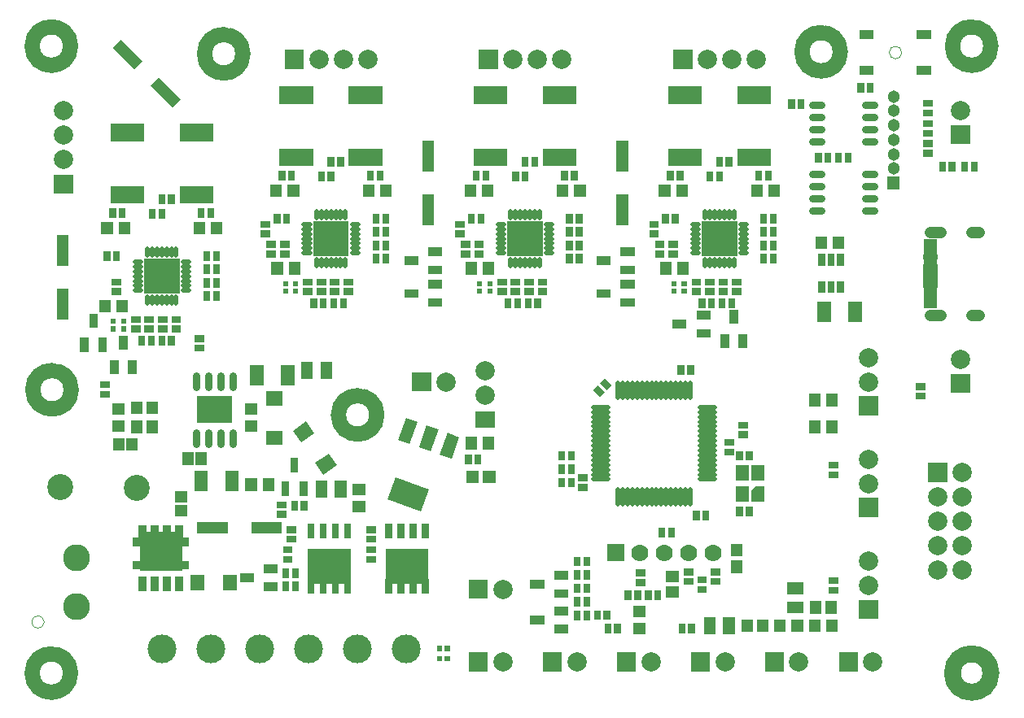
<source format=gts>
G04 Layer: TopSolderMaskLayer*
G04 EasyEDA v6.3.39, 2020-04-29T16:10:24+08:00*
G04 8e32648d726441b9b9f64577d1232170,fed530592efb474aaabf7115e2e2b964,10*
G04 Gerber Generator version 0.2*
G04 Scale: 100 percent, Rotated: No, Reflected: No *
G04 Dimensions in millimeters *
G04 leading zeros omitted , absolute positions ,3 integer and 3 decimal *
%FSLAX33Y33*%
%MOMM*%
G90*
G71D02*

%ADD60C,1.799996*%
%ADD72C,1.203198*%
%ADD73C,0.803199*%
%ADD74C,0.483210*%
%ADD75C,1.599997*%
%ADD76C,0.100000*%
%ADD83C,2.703195*%
%ADD87C,1.778000*%
%ADD98C,2.003196*%
%ADD100C,2.803195*%
%ADD117R,2.003196X1.778000*%
%ADD118C,3.003296*%
%ADD120C,1.303198*%

%LPD*%
G54D72*
G01X99023Y48481D02*
G01X98223Y48481D01*
G01X99023Y39841D02*
G01X98223Y39841D01*
G01X95023Y48481D02*
G01X93923Y48481D01*
G01X95023Y39841D02*
G01X93923Y39841D01*
G54D73*
G01X21366Y33572D02*
G01X21366Y32372D01*
G01X20096Y33572D02*
G01X20096Y32372D01*
G01X18826Y33572D02*
G01X18826Y32372D01*
G01X17556Y33572D02*
G01X17556Y32372D01*
G01X21366Y27629D02*
G01X21366Y26429D01*
G01X20096Y27629D02*
G01X20096Y26429D01*
G01X18826Y27629D02*
G01X18826Y26429D01*
G01X17556Y27629D02*
G01X17556Y26429D01*
G01X87141Y50696D02*
G01X88061Y50696D01*
G01X87141Y51966D02*
G01X88061Y51966D01*
G01X87141Y53236D02*
G01X88061Y53236D01*
G01X87141Y54506D02*
G01X88061Y54506D01*
G01X81661Y50696D02*
G01X82581Y50696D01*
G01X81661Y51966D02*
G01X82581Y51966D01*
G01X81661Y53236D02*
G01X82581Y53236D01*
G01X81661Y54506D02*
G01X82581Y54506D01*
G01X87141Y57896D02*
G01X88061Y57896D01*
G01X87141Y59166D02*
G01X88061Y59166D01*
G01X87141Y60436D02*
G01X88061Y60436D01*
G01X87141Y61706D02*
G01X88061Y61706D01*
G01X81661Y57896D02*
G01X82581Y57896D01*
G01X81661Y59166D02*
G01X82581Y59166D01*
G01X81661Y60436D02*
G01X82581Y60436D01*
G01X81661Y61706D02*
G01X82581Y61706D01*
G54D74*
G01X68911Y20191D02*
G01X68911Y21711D01*
G01X68411Y20191D02*
G01X68411Y21711D01*
G01X67911Y20191D02*
G01X67911Y21711D01*
G01X67411Y20191D02*
G01X67411Y21711D01*
G01X66911Y20191D02*
G01X66911Y21711D01*
G01X66411Y20191D02*
G01X66411Y21711D01*
G01X65911Y20191D02*
G01X65911Y21711D01*
G01X65411Y20191D02*
G01X65411Y21711D01*
G01X64911Y20191D02*
G01X64911Y21711D01*
G01X64411Y20191D02*
G01X64411Y21711D01*
G01X63911Y20191D02*
G01X63911Y21711D01*
G01X63411Y20191D02*
G01X63411Y21711D01*
G01X62911Y20191D02*
G01X62911Y21711D01*
G01X62411Y20191D02*
G01X62411Y21711D01*
G01X61911Y20191D02*
G01X61911Y21711D01*
G01X61411Y20191D02*
G01X61411Y21711D01*
G01X60371Y22751D02*
G01X58851Y22751D01*
G01X60371Y23251D02*
G01X58851Y23251D01*
G01X60371Y23751D02*
G01X58851Y23751D01*
G01X60371Y24251D02*
G01X58851Y24251D01*
G01X60371Y24751D02*
G01X58851Y24751D01*
G01X60371Y25251D02*
G01X58851Y25251D01*
G01X60371Y25751D02*
G01X58851Y25751D01*
G01X60371Y26251D02*
G01X58851Y26251D01*
G01X60371Y26751D02*
G01X58851Y26751D01*
G01X60371Y27251D02*
G01X58851Y27251D01*
G01X60371Y27751D02*
G01X58851Y27751D01*
G01X60371Y28251D02*
G01X58851Y28251D01*
G01X60371Y28751D02*
G01X58851Y28751D01*
G01X60371Y29251D02*
G01X58851Y29251D01*
G01X60371Y29751D02*
G01X58851Y29751D01*
G01X60371Y30251D02*
G01X58851Y30251D01*
G01X61411Y31291D02*
G01X61411Y32811D01*
G01X61911Y31291D02*
G01X61911Y32811D01*
G01X62411Y31291D02*
G01X62411Y32811D01*
G01X62911Y31291D02*
G01X62911Y32811D01*
G01X63411Y31291D02*
G01X63411Y32811D01*
G01X63911Y31291D02*
G01X63911Y32811D01*
G01X64411Y31291D02*
G01X64411Y32811D01*
G01X64911Y31291D02*
G01X64911Y32811D01*
G01X65411Y31291D02*
G01X65411Y32811D01*
G01X65911Y31291D02*
G01X65911Y32811D01*
G01X66411Y31291D02*
G01X66411Y32811D01*
G01X66911Y31291D02*
G01X66911Y32811D01*
G01X67411Y31291D02*
G01X67411Y32811D01*
G01X67911Y31291D02*
G01X67911Y32811D01*
G01X68411Y31291D02*
G01X68411Y32811D01*
G01X68911Y31291D02*
G01X68911Y32811D01*
G01X71471Y30251D02*
G01X69951Y30251D01*
G01X71471Y29751D02*
G01X69951Y29751D01*
G01X71471Y29251D02*
G01X69951Y29251D01*
G01X71471Y28751D02*
G01X69951Y28751D01*
G01X71471Y28251D02*
G01X69951Y28251D01*
G01X71471Y27751D02*
G01X69951Y27751D01*
G01X71471Y27251D02*
G01X69951Y27251D01*
G01X71471Y26751D02*
G01X69951Y26751D01*
G01X71471Y26251D02*
G01X69951Y26251D01*
G01X71471Y25751D02*
G01X69951Y25751D01*
G01X71471Y25251D02*
G01X69951Y25251D01*
G01X71471Y24751D02*
G01X69951Y24751D01*
G01X71471Y24251D02*
G01X69951Y24251D01*
G01X71471Y23751D02*
G01X69951Y23751D01*
G01X71471Y23251D02*
G01X69951Y23251D01*
G01X71471Y22751D02*
G01X69951Y22751D01*
G01X30060Y50611D02*
G01X30060Y49991D01*
G01X30560Y50611D02*
G01X30560Y49991D01*
G01X31060Y50611D02*
G01X31060Y49991D01*
G01X31561Y50611D02*
G01X31561Y49991D01*
G01X32061Y50611D02*
G01X32061Y49991D01*
G01X32561Y50611D02*
G01X32561Y49991D01*
G01X33062Y50611D02*
G01X33062Y49991D01*
G01X33751Y49302D02*
G01X34371Y49302D01*
G01X33751Y48802D02*
G01X34371Y48802D01*
G01X33751Y48301D02*
G01X34371Y48301D01*
G01X33751Y47801D02*
G01X34371Y47801D01*
G01X33751Y47301D02*
G01X34371Y47301D01*
G01X33751Y46800D02*
G01X34371Y46800D01*
G01X33751Y46300D02*
G01X34371Y46300D01*
G01X33062Y45611D02*
G01X33062Y44991D01*
G01X32561Y45611D02*
G01X32561Y44991D01*
G01X32061Y45611D02*
G01X32061Y44991D01*
G01X31561Y45611D02*
G01X31561Y44991D01*
G01X31060Y45611D02*
G01X31060Y44991D01*
G01X30560Y45611D02*
G01X30560Y44991D01*
G01X30060Y45611D02*
G01X30060Y44991D01*
G01X28751Y46300D02*
G01X29371Y46300D01*
G01X28751Y46800D02*
G01X29371Y46800D01*
G01X28751Y47301D02*
G01X29371Y47301D01*
G01X28751Y47801D02*
G01X29371Y47801D01*
G01X28751Y48301D02*
G01X29371Y48301D01*
G01X28751Y48802D02*
G01X29371Y48802D01*
G01X28751Y49302D02*
G01X29371Y49302D01*
G01X12460Y46711D02*
G01X12460Y46091D01*
G01X12960Y46711D02*
G01X12960Y46091D01*
G01X13460Y46711D02*
G01X13460Y46091D01*
G01X13961Y46711D02*
G01X13961Y46091D01*
G01X14461Y46711D02*
G01X14461Y46091D01*
G01X14962Y46711D02*
G01X14962Y46091D01*
G01X15462Y46711D02*
G01X15462Y46091D01*
G01X16151Y45402D02*
G01X16771Y45402D01*
G01X16151Y44902D02*
G01X16771Y44902D01*
G01X16151Y44401D02*
G01X16771Y44401D01*
G01X16151Y43901D02*
G01X16771Y43901D01*
G01X16151Y43400D02*
G01X16771Y43400D01*
G01X16151Y42900D02*
G01X16771Y42900D01*
G01X16151Y42400D02*
G01X16771Y42400D01*
G01X15462Y41711D02*
G01X15462Y41091D01*
G01X14962Y41711D02*
G01X14962Y41091D01*
G01X14461Y41711D02*
G01X14461Y41091D01*
G01X13961Y41711D02*
G01X13961Y41091D01*
G01X13460Y41711D02*
G01X13460Y41091D01*
G01X12960Y41711D02*
G01X12960Y41091D01*
G01X12460Y41711D02*
G01X12460Y41091D01*
G01X11151Y42400D02*
G01X11771Y42400D01*
G01X11151Y42900D02*
G01X11771Y42900D01*
G01X11151Y43400D02*
G01X11771Y43400D01*
G01X11151Y43901D02*
G01X11771Y43901D01*
G01X11151Y44401D02*
G01X11771Y44401D01*
G01X11151Y44902D02*
G01X11771Y44902D01*
G01X11151Y45402D02*
G01X11771Y45402D01*
G01X70460Y50611D02*
G01X70460Y49991D01*
G01X70960Y50611D02*
G01X70960Y49991D01*
G01X71461Y50611D02*
G01X71461Y49991D01*
G01X71961Y50611D02*
G01X71961Y49991D01*
G01X72461Y50611D02*
G01X72461Y49991D01*
G01X72962Y50611D02*
G01X72962Y49991D01*
G01X73462Y50611D02*
G01X73462Y49991D01*
G01X74151Y49302D02*
G01X74771Y49302D01*
G01X74151Y48802D02*
G01X74771Y48802D01*
G01X74151Y48301D02*
G01X74771Y48301D01*
G01X74151Y47801D02*
G01X74771Y47801D01*
G01X74151Y47301D02*
G01X74771Y47301D01*
G01X74151Y46800D02*
G01X74771Y46800D01*
G01X74151Y46300D02*
G01X74771Y46300D01*
G01X73462Y45611D02*
G01X73462Y44991D01*
G01X72962Y45611D02*
G01X72962Y44991D01*
G01X72461Y45611D02*
G01X72461Y44991D01*
G01X71961Y45611D02*
G01X71961Y44991D01*
G01X71461Y45611D02*
G01X71461Y44991D01*
G01X70960Y45611D02*
G01X70960Y44991D01*
G01X70460Y45611D02*
G01X70460Y44991D01*
G01X69151Y46300D02*
G01X69771Y46300D01*
G01X69151Y46800D02*
G01X69771Y46800D01*
G01X69151Y47301D02*
G01X69771Y47301D01*
G01X69151Y47801D02*
G01X69771Y47801D01*
G01X69151Y48301D02*
G01X69771Y48301D01*
G01X69151Y48802D02*
G01X69771Y48802D01*
G01X69151Y49302D02*
G01X69771Y49302D01*
G01X50260Y50611D02*
G01X50260Y49991D01*
G01X50760Y50611D02*
G01X50760Y49991D01*
G01X51260Y50611D02*
G01X51260Y49991D01*
G01X51761Y50611D02*
G01X51761Y49991D01*
G01X52261Y50611D02*
G01X52261Y49991D01*
G01X52762Y50611D02*
G01X52762Y49991D01*
G01X53262Y50611D02*
G01X53262Y49991D01*
G01X53951Y49302D02*
G01X54571Y49302D01*
G01X53951Y48802D02*
G01X54571Y48802D01*
G01X53951Y48301D02*
G01X54571Y48301D01*
G01X53951Y47801D02*
G01X54571Y47801D01*
G01X53951Y47301D02*
G01X54571Y47301D01*
G01X53951Y46800D02*
G01X54571Y46800D01*
G01X53951Y46300D02*
G01X54571Y46300D01*
G01X53262Y45611D02*
G01X53262Y44991D01*
G01X52762Y45611D02*
G01X52762Y44991D01*
G01X52261Y45611D02*
G01X52261Y44991D01*
G01X51761Y45611D02*
G01X51761Y44991D01*
G01X51260Y45611D02*
G01X51260Y44991D01*
G01X50760Y45611D02*
G01X50760Y44991D01*
G01X50260Y45611D02*
G01X50260Y44991D01*
G01X48951Y46300D02*
G01X49571Y46300D01*
G01X48951Y46800D02*
G01X49571Y46800D01*
G01X48951Y47301D02*
G01X49571Y47301D01*
G01X48951Y47801D02*
G01X49571Y47801D01*
G01X48951Y48301D02*
G01X49571Y48301D01*
G01X48951Y48802D02*
G01X49571Y48802D01*
G01X48951Y49302D02*
G01X49571Y49302D01*
G36*
G01X93222Y40558D02*
G01X93222Y41363D01*
G01X94576Y41363D01*
G01X94576Y40558D01*
G01X93222Y40558D01*
G37*
G36*
G01X93222Y41358D02*
G01X93222Y42163D01*
G01X94576Y42163D01*
G01X94576Y41358D01*
G01X93222Y41358D01*
G37*
G36*
G01X93222Y46959D02*
G01X93222Y47762D01*
G01X94576Y47762D01*
G01X94576Y46959D01*
G01X93222Y46959D01*
G37*
G36*
G01X93222Y46159D02*
G01X93222Y46962D01*
G01X94576Y46962D01*
G01X94576Y46159D01*
G01X93222Y46159D01*
G37*
G36*
G01X93146Y45659D02*
G01X93146Y46161D01*
G01X94649Y46161D01*
G01X94649Y45659D01*
G01X93146Y45659D01*
G37*
G36*
G01X93222Y45158D02*
G01X93222Y45664D01*
G01X94576Y45664D01*
G01X94576Y45158D01*
G01X93222Y45158D01*
G37*
G36*
G01X93146Y44660D02*
G01X93146Y45163D01*
G01X94649Y45163D01*
G01X94649Y44660D01*
G01X93146Y44660D01*
G37*
G36*
G01X93146Y44160D02*
G01X93146Y44663D01*
G01X94649Y44663D01*
G01X94649Y44160D01*
G01X93146Y44160D01*
G37*
G36*
G01X93146Y43660D02*
G01X93146Y44162D01*
G01X94649Y44162D01*
G01X94649Y43660D01*
G01X93146Y43660D01*
G37*
G36*
G01X93146Y43159D02*
G01X93146Y43662D01*
G01X94649Y43662D01*
G01X94649Y43159D01*
G01X93146Y43159D01*
G37*
G36*
G01X93146Y42659D02*
G01X93146Y43162D01*
G01X94649Y43162D01*
G01X94649Y42659D01*
G01X93146Y42659D01*
G37*
G36*
G01X93222Y42158D02*
G01X93222Y42661D01*
G01X94576Y42661D01*
G01X94576Y42158D01*
G01X93222Y42158D01*
G37*
G36*
G01X73684Y22600D02*
G01X73684Y24203D01*
G01X75038Y24203D01*
G01X75038Y22600D01*
G01X73684Y22600D01*
G37*
G36*
G01X75284Y20398D02*
G01X75284Y21582D01*
G01X75724Y22003D01*
G01X76638Y22003D01*
G01X76638Y20398D01*
G01X75284Y20398D01*
G37*
G36*
G01X73684Y20398D02*
G01X73684Y22003D01*
G01X75038Y22003D01*
G01X75038Y20398D01*
G01X73684Y20398D01*
G37*
G36*
G01X75284Y22600D02*
G01X75284Y24203D01*
G01X76638Y24203D01*
G01X76638Y22600D01*
G01X75284Y22600D01*
G37*
G36*
G01X82160Y39148D02*
G01X82160Y41252D01*
G01X83562Y41252D01*
G01X83562Y39148D01*
G01X82160Y39148D01*
G37*
G36*
G01X85360Y39148D02*
G01X85360Y41252D01*
G01X86763Y41252D01*
G01X86763Y39148D01*
G01X85360Y39148D01*
G37*
G36*
G01X31959Y20825D02*
G01X31959Y22578D01*
G01X33163Y22578D01*
G01X33163Y20825D01*
G01X31959Y20825D01*
G37*
G36*
G01X29961Y20825D02*
G01X29961Y22578D01*
G01X31162Y22578D01*
G01X31162Y20825D01*
G01X29961Y20825D01*
G37*
G54D83*
G01X11382Y21825D03*
G01X3382Y21952D03*
G36*
G01X28419Y26603D02*
G01X27573Y27810D01*
G01X28945Y28770D01*
G01X29788Y27564D01*
G01X28419Y26603D01*
G37*
G36*
G01X30778Y23233D02*
G01X29933Y24439D01*
G01X31304Y25399D01*
G01X32150Y24193D01*
G01X30778Y23233D01*
G37*
G36*
G01X72358Y6624D02*
G01X72358Y8376D01*
G01X73562Y8376D01*
G01X73562Y6624D01*
G01X72358Y6624D01*
G37*
G36*
G01X70359Y6624D02*
G01X70359Y8376D01*
G01X71563Y8376D01*
G01X71563Y6624D01*
G01X70359Y6624D01*
G37*
G36*
G01X78985Y10800D02*
G01X78985Y12004D01*
G01X80738Y12004D01*
G01X80738Y10800D01*
G01X78985Y10800D01*
G37*
G36*
G01X78985Y8798D02*
G01X78985Y10002D01*
G01X80738Y10002D01*
G01X80738Y8798D01*
G01X78985Y8798D01*
G37*
G36*
G01X92508Y64899D02*
G01X92508Y65803D01*
G01X94012Y65803D01*
G01X94012Y64899D01*
G01X92508Y64899D01*
G37*
G36*
G01X86509Y64899D02*
G01X86509Y65803D01*
G01X88012Y65803D01*
G01X88012Y64899D01*
G01X86509Y64899D01*
G37*
G36*
G01X92508Y68600D02*
G01X92508Y69501D01*
G01X94012Y69501D01*
G01X94012Y68600D01*
G01X92508Y68600D01*
G37*
G36*
G01X86509Y68600D02*
G01X86509Y69501D01*
G01X88012Y69501D01*
G01X88012Y68600D01*
G01X86509Y68600D01*
G37*
G54D87*
G01X71341Y15101D03*
G01X68801Y15101D03*
G01X66261Y15101D03*
G01X63721Y15101D03*
G36*
G01X60291Y14211D02*
G01X60291Y15989D01*
G01X62069Y15989D01*
G01X62069Y14211D01*
G01X60291Y14211D01*
G37*
G36*
G01X82249Y44998D02*
G01X82249Y46202D01*
G01X83001Y46202D01*
G01X83001Y44998D01*
G01X82249Y44998D01*
G37*
G36*
G01X83199Y44998D02*
G01X83199Y46202D01*
G01X83951Y46202D01*
G01X83951Y44998D01*
G01X83199Y44998D01*
G37*
G36*
G01X84149Y44998D02*
G01X84149Y46202D01*
G01X84901Y46202D01*
G01X84901Y44998D01*
G01X84149Y44998D01*
G37*
G36*
G01X84149Y42199D02*
G01X84149Y43403D01*
G01X84901Y43403D01*
G01X84901Y42199D01*
G01X84149Y42199D01*
G37*
G36*
G01X83199Y42199D02*
G01X83199Y43403D01*
G01X83951Y43403D01*
G01X83951Y42199D01*
G01X83199Y42199D01*
G37*
G36*
G01X82249Y42199D02*
G01X82249Y43403D01*
G01X83001Y43403D01*
G01X83001Y42199D01*
G01X82249Y42199D01*
G37*
G36*
G01X24825Y26306D02*
G01X24825Y27779D01*
G01X26498Y27779D01*
G01X26498Y26306D01*
G01X24825Y26306D01*
G37*
G36*
G01X24825Y30421D02*
G01X24825Y31894D01*
G01X26498Y31894D01*
G01X26498Y30421D01*
G01X24825Y30421D01*
G37*
G36*
G01X47360Y25849D02*
G01X47360Y27152D01*
G01X48563Y27152D01*
G01X48563Y25849D01*
G01X47360Y25849D01*
G37*
G36*
G01X45559Y25849D02*
G01X45559Y27152D01*
G01X46763Y27152D01*
G01X46763Y25849D01*
G01X45559Y25849D01*
G37*
G36*
G01X33809Y19298D02*
G01X33809Y20502D01*
G01X35112Y20502D01*
G01X35112Y19298D01*
G01X33809Y19298D01*
G37*
G36*
G01X33809Y21099D02*
G01X33809Y22303D01*
G01X35112Y22303D01*
G01X35112Y21099D01*
G01X33809Y21099D01*
G37*
G36*
G01X83760Y46748D02*
G01X83760Y48054D01*
G01X84962Y48054D01*
G01X84962Y46748D01*
G01X83760Y46748D01*
G37*
G36*
G01X81959Y46748D02*
G01X81959Y48054D01*
G01X83163Y48054D01*
G01X83163Y46748D01*
G01X81959Y46748D01*
G37*
G36*
G01X23158Y32550D02*
G01X23158Y34653D01*
G01X24563Y34653D01*
G01X24563Y32550D01*
G01X23158Y32550D01*
G37*
G36*
G01X26359Y32550D02*
G01X26359Y34653D01*
G01X27763Y34653D01*
G01X27763Y32550D01*
G01X26359Y32550D01*
G37*
G36*
G01X17634Y28620D02*
G01X17634Y31381D01*
G01X21286Y31381D01*
G01X21286Y28620D01*
G01X17634Y28620D01*
G37*
G36*
G01X22610Y27698D02*
G01X22610Y28902D01*
G01X23913Y28902D01*
G01X23913Y27698D01*
G01X22610Y27698D01*
G37*
G36*
G01X22610Y29499D02*
G01X22610Y30703D01*
G01X23913Y30703D01*
G01X23913Y29499D01*
G01X22610Y29499D01*
G37*
G36*
G01X40931Y19425D02*
G01X37451Y20693D01*
G01X38271Y22951D01*
G01X41751Y21686D01*
G01X40931Y19425D01*
G37*
G36*
G01X39760Y26448D02*
G01X38536Y26893D01*
G01X39359Y29151D01*
G01X40583Y28707D01*
G01X39760Y26448D01*
G37*
G36*
G01X41921Y25661D02*
G01X40697Y26106D01*
G01X41520Y28364D01*
G01X42744Y27919D01*
G01X41921Y25661D01*
G37*
G36*
G01X44083Y24874D02*
G01X42859Y25321D01*
G01X43682Y27579D01*
G01X44906Y27132D01*
G01X44083Y24874D01*
G37*
G36*
G01X28409Y19499D02*
G01X28409Y20502D01*
G01X29112Y20502D01*
G01X29112Y19499D01*
G01X28409Y19499D01*
G37*
G36*
G01X27410Y19499D02*
G01X27410Y20502D01*
G01X28111Y20502D01*
G01X28111Y19499D01*
G01X27410Y19499D01*
G37*
G36*
G01X86460Y29400D02*
G01X86460Y31401D01*
G01X88462Y31401D01*
G01X88462Y29400D01*
G01X86460Y29400D01*
G37*
G54D98*
G01X87461Y32901D03*
G01X87461Y35401D03*
G36*
G01X86460Y8199D02*
G01X86460Y10203D01*
G01X88462Y10203D01*
G01X88462Y8199D01*
G01X86460Y8199D01*
G37*
G01X87461Y11701D03*
G01X87461Y14201D03*
G36*
G01X86460Y18798D02*
G01X86460Y20802D01*
G01X88462Y20802D01*
G01X88462Y18798D01*
G01X86460Y18798D01*
G37*
G01X87461Y22301D03*
G01X87461Y24801D03*
G36*
G01X14609Y51399D02*
G01X14609Y52402D01*
G01X15312Y52402D01*
G01X15312Y51399D01*
G01X14609Y51399D01*
G37*
G36*
G01X13608Y51399D02*
G01X13608Y52402D01*
G01X14312Y52402D01*
G01X14312Y51399D01*
G01X13608Y51399D01*
G37*
G36*
G01X18310Y45498D02*
G01X18310Y46502D01*
G01X19013Y46502D01*
G01X19013Y45498D01*
G01X18310Y45498D01*
G37*
G36*
G01X19310Y45498D02*
G01X19310Y46502D01*
G01X20011Y46502D01*
G01X20011Y45498D01*
G01X19310Y45498D01*
G37*
G36*
G01X12610Y49900D02*
G01X12610Y50904D01*
G01X13313Y50904D01*
G01X13313Y49900D01*
G01X12610Y49900D01*
G37*
G36*
G01X13611Y49900D02*
G01X13611Y50904D01*
G01X14312Y50904D01*
G01X14312Y49900D01*
G01X13611Y49900D01*
G37*
G36*
G01X8909Y45498D02*
G01X8909Y46502D01*
G01X9613Y46502D01*
G01X9613Y45498D01*
G01X8909Y45498D01*
G37*
G36*
G01X7908Y45498D02*
G01X7908Y46502D01*
G01X8612Y46502D01*
G01X8612Y45498D01*
G01X7908Y45498D01*
G37*
G36*
G01X32208Y55300D02*
G01X32208Y56304D01*
G01X32912Y56304D01*
G01X32912Y55300D01*
G01X32208Y55300D01*
G37*
G36*
G01X31210Y55300D02*
G01X31210Y56304D01*
G01X31911Y56304D01*
G01X31911Y55300D01*
G01X31210Y55300D01*
G37*
G36*
G01X35909Y49400D02*
G01X35909Y50403D01*
G01X36613Y50403D01*
G01X36613Y49400D01*
G01X35909Y49400D01*
G37*
G36*
G01X36910Y49400D02*
G01X36910Y50403D01*
G01X37614Y50403D01*
G01X37614Y49400D01*
G01X36910Y49400D01*
G37*
G36*
G01X30209Y53799D02*
G01X30209Y54803D01*
G01X30913Y54803D01*
G01X30913Y53799D01*
G01X30209Y53799D01*
G37*
G36*
G01X31210Y53799D02*
G01X31210Y54803D01*
G01X31914Y54803D01*
G01X31914Y53799D01*
G01X31210Y53799D01*
G37*
G36*
G01X26610Y49400D02*
G01X26610Y50403D01*
G01X27311Y50403D01*
G01X27311Y49400D01*
G01X26610Y49400D01*
G37*
G36*
G01X25609Y49400D02*
G01X25609Y50403D01*
G01X26313Y50403D01*
G01X26313Y49400D01*
G01X25609Y49400D01*
G37*
G36*
G01X52409Y55300D02*
G01X52409Y56304D01*
G01X53113Y56304D01*
G01X53113Y55300D01*
G01X52409Y55300D01*
G37*
G36*
G01X51408Y55300D02*
G01X51408Y56304D01*
G01X52112Y56304D01*
G01X52112Y55300D01*
G01X51408Y55300D01*
G37*
G36*
G01X56008Y49400D02*
G01X56008Y50403D01*
G01X56712Y50403D01*
G01X56712Y49400D01*
G01X56008Y49400D01*
G37*
G36*
G01X57009Y49400D02*
G01X57009Y50403D01*
G01X57713Y50403D01*
G01X57713Y49400D01*
G01X57009Y49400D01*
G37*
G36*
G01X50410Y53799D02*
G01X50410Y54803D01*
G01X51114Y54803D01*
G01X51114Y53799D01*
G01X50410Y53799D01*
G37*
G36*
G01X51408Y53799D02*
G01X51408Y54803D01*
G01X52112Y54803D01*
G01X52112Y53799D01*
G01X51408Y53799D01*
G37*
G36*
G01X46808Y49400D02*
G01X46808Y50403D01*
G01X47512Y50403D01*
G01X47512Y49400D01*
G01X46808Y49400D01*
G37*
G36*
G01X45810Y49400D02*
G01X45810Y50403D01*
G01X46511Y50403D01*
G01X46511Y49400D01*
G01X45810Y49400D01*
G37*
G36*
G01X72610Y55300D02*
G01X72610Y56304D01*
G01X73313Y56304D01*
G01X73313Y55300D01*
G01X72610Y55300D01*
G37*
G36*
G01X71609Y55300D02*
G01X71609Y56304D01*
G01X72312Y56304D01*
G01X72312Y55300D01*
G01X71609Y55300D01*
G37*
G36*
G01X76209Y49400D02*
G01X76209Y50403D01*
G01X76912Y50403D01*
G01X76912Y49400D01*
G01X76209Y49400D01*
G37*
G36*
G01X77210Y49400D02*
G01X77210Y50403D01*
G01X77913Y50403D01*
G01X77913Y49400D01*
G01X77210Y49400D01*
G37*
G36*
G01X70608Y53799D02*
G01X70608Y54803D01*
G01X71312Y54803D01*
G01X71312Y53799D01*
G01X70608Y53799D01*
G37*
G36*
G01X71609Y53799D02*
G01X71609Y54803D01*
G01X72312Y54803D01*
G01X72312Y53799D01*
G01X71609Y53799D01*
G37*
G36*
G01X67009Y49400D02*
G01X67009Y50403D01*
G01X67713Y50403D01*
G01X67713Y49400D01*
G01X67009Y49400D01*
G37*
G36*
G01X66008Y49400D02*
G01X66008Y50403D01*
G01X66712Y50403D01*
G01X66712Y49400D01*
G01X66008Y49400D01*
G37*
G36*
G01X73163Y13002D02*
G01X73163Y14297D01*
G01X74357Y14297D01*
G01X74357Y13002D01*
G01X73163Y13002D01*
G37*
G36*
G01X73163Y14704D02*
G01X73163Y15999D01*
G01X74357Y15999D01*
G01X74357Y14704D01*
G01X73163Y14704D01*
G37*
G54D100*
G01X5061Y14541D03*
G01X5061Y9461D03*
G36*
G01X17360Y36050D02*
G01X17360Y36753D01*
G01X18363Y36753D01*
G01X18363Y36050D01*
G01X17360Y36050D01*
G37*
G36*
G01X17360Y37050D02*
G01X17360Y37751D01*
G01X18363Y37751D01*
G01X18363Y37050D01*
G01X17360Y37050D01*
G37*
G36*
G01X12508Y36700D02*
G01X12508Y37703D01*
G01X13212Y37703D01*
G01X13212Y36700D01*
G01X12508Y36700D01*
G37*
G36*
G01X11510Y36700D02*
G01X11510Y37703D01*
G01X12214Y37703D01*
G01X12214Y36700D01*
G01X11510Y36700D01*
G37*
G36*
G01X13608Y36700D02*
G01X13608Y37703D01*
G01X14312Y37703D01*
G01X14312Y36700D01*
G01X13608Y36700D01*
G37*
G36*
G01X14609Y36700D02*
G01X14609Y37703D01*
G01X15312Y37703D01*
G01X15312Y36700D01*
G01X14609Y36700D01*
G37*
G36*
G01X29709Y45948D02*
G01X29709Y49651D01*
G01X33412Y49651D01*
G01X33412Y45948D01*
G01X29709Y45948D01*
G37*
G36*
G01X12109Y42049D02*
G01X12109Y45752D01*
G01X15813Y45752D01*
G01X15813Y42049D01*
G01X12109Y42049D01*
G37*
G36*
G01X70110Y45951D02*
G01X70110Y49654D01*
G01X73814Y49654D01*
G01X73814Y45951D01*
G01X70110Y45951D01*
G37*
G36*
G01X49910Y45951D02*
G01X49910Y49654D01*
G01X53613Y49654D01*
G01X53613Y45951D01*
G01X49910Y45951D01*
G37*
G36*
G01X28310Y21048D02*
G01X28310Y22552D01*
G01X29112Y22552D01*
G01X29112Y21048D01*
G01X28310Y21048D01*
G37*
G36*
G01X27360Y23449D02*
G01X27360Y24952D01*
G01X28162Y24952D01*
G01X28162Y23449D01*
G01X27360Y23449D01*
G37*
G36*
G01X26410Y21048D02*
G01X26410Y22552D01*
G01X27212Y22552D01*
G01X27212Y21048D01*
G01X26410Y21048D01*
G37*
G36*
G01X2760Y52489D02*
G01X2760Y54493D01*
G01X4761Y54493D01*
G01X4761Y52489D01*
G01X2760Y52489D01*
G37*
G54D98*
G01X3761Y56031D03*
G01X3761Y58571D03*
G01X3761Y61111D03*
G36*
G01X26750Y65498D02*
G01X26750Y67503D01*
G01X28751Y67503D01*
G01X28751Y65498D01*
G01X26750Y65498D01*
G37*
G01X30291Y66501D03*
G01X32831Y66501D03*
G01X35371Y66501D03*
G36*
G01X46940Y65498D02*
G01X46940Y67503D01*
G01X48942Y67503D01*
G01X48942Y65498D01*
G01X46940Y65498D01*
G37*
G01X50481Y66501D03*
G01X53021Y66501D03*
G01X55561Y66501D03*
G36*
G01X67149Y65498D02*
G01X67149Y67503D01*
G01X69153Y67503D01*
G01X69153Y65498D01*
G01X67149Y65498D01*
G37*
G01X70691Y66501D03*
G01X73231Y66501D03*
G01X75771Y66501D03*
G36*
G01X81258Y27500D02*
G01X81258Y28902D01*
G01X82462Y28902D01*
G01X82462Y27500D01*
G01X81258Y27500D01*
G37*
G36*
G01X81258Y30299D02*
G01X81258Y31701D01*
G01X82462Y31701D01*
G01X82462Y30299D01*
G01X81258Y30299D01*
G37*
G36*
G01X83059Y30299D02*
G01X83059Y31701D01*
G01X84263Y31701D01*
G01X84263Y30299D01*
G01X83059Y30299D01*
G37*
G36*
G01X83059Y27500D02*
G01X83059Y28902D01*
G01X84263Y28902D01*
G01X84263Y27500D01*
G01X83059Y27500D01*
G37*
G36*
G01X10758Y38049D02*
G01X10758Y38752D01*
G01X11761Y38752D01*
G01X11761Y38049D01*
G01X10758Y38049D01*
G37*
G36*
G01X10758Y39049D02*
G01X10758Y39753D01*
G01X11761Y39753D01*
G01X11761Y39049D01*
G01X10758Y39049D01*
G37*
G36*
G01X28660Y41950D02*
G01X28660Y42654D01*
G01X29663Y42654D01*
G01X29663Y41950D01*
G01X28660Y41950D01*
G37*
G36*
G01X28660Y42948D02*
G01X28660Y43652D01*
G01X29663Y43652D01*
G01X29663Y42948D01*
G01X28660Y42948D01*
G37*
G36*
G01X48858Y41950D02*
G01X48858Y42654D01*
G01X49861Y42654D01*
G01X49861Y41950D01*
G01X48858Y41950D01*
G37*
G36*
G01X48858Y42948D02*
G01X48858Y43652D01*
G01X49861Y43652D01*
G01X49861Y42948D01*
G01X48858Y42948D01*
G37*
G36*
G01X69059Y41950D02*
G01X69059Y42654D01*
G01X70062Y42654D01*
G01X70062Y41950D01*
G01X69059Y41950D01*
G37*
G36*
G01X69059Y42948D02*
G01X69059Y43652D01*
G01X70062Y43652D01*
G01X70062Y42948D01*
G01X69059Y42948D01*
G37*
G36*
G01X6410Y38524D02*
G01X6410Y39977D01*
G01X7311Y39977D01*
G01X7311Y38524D01*
G01X6410Y38524D01*
G37*
G36*
G01X7360Y36024D02*
G01X7360Y37477D01*
G01X8261Y37477D01*
G01X8261Y36024D01*
G01X7360Y36024D01*
G37*
G36*
G01X5460Y36024D02*
G01X5460Y37477D01*
G01X6361Y37477D01*
G01X6361Y36024D01*
G01X5460Y36024D01*
G37*
G36*
G01X9508Y36225D02*
G01X9508Y37678D01*
G01X10413Y37678D01*
G01X10413Y36225D01*
G01X9508Y36225D01*
G37*
G36*
G01X10458Y33726D02*
G01X10458Y35178D01*
G01X11363Y35178D01*
G01X11363Y33726D01*
G01X10458Y33726D01*
G37*
G36*
G01X8558Y33726D02*
G01X8558Y35178D01*
G01X9463Y35178D01*
G01X9463Y33726D01*
G01X8558Y33726D01*
G37*
G36*
G01X39186Y45049D02*
G01X39186Y45953D01*
G01X40639Y45953D01*
G01X40639Y45049D01*
G01X39186Y45049D01*
G37*
G36*
G01X41685Y45999D02*
G01X41685Y46903D01*
G01X43138Y46903D01*
G01X43138Y45999D01*
G01X41685Y45999D01*
G37*
G36*
G01X41685Y44099D02*
G01X41685Y45003D01*
G01X43138Y45003D01*
G01X43138Y44099D01*
G01X41685Y44099D01*
G37*
G36*
G01X39186Y41650D02*
G01X39186Y42552D01*
G01X40639Y42552D01*
G01X40639Y41650D01*
G01X39186Y41650D01*
G37*
G36*
G01X41685Y42600D02*
G01X41685Y43502D01*
G01X43138Y43502D01*
G01X43138Y42600D01*
G01X41685Y42600D01*
G37*
G36*
G01X41685Y40700D02*
G01X41685Y41602D01*
G01X43138Y41602D01*
G01X43138Y40700D01*
G01X41685Y40700D01*
G37*
G36*
G01X67085Y38450D02*
G01X67085Y39352D01*
G01X68538Y39352D01*
G01X68538Y38450D01*
G01X67085Y38450D01*
G37*
G36*
G01X69585Y39400D02*
G01X69585Y40302D01*
G01X71037Y40302D01*
G01X71037Y39400D01*
G01X69585Y39400D01*
G37*
G36*
G01X69585Y37500D02*
G01X69585Y38402D01*
G01X71037Y38402D01*
G01X71037Y37500D01*
G01X69585Y37500D01*
G37*
G36*
G01X73008Y38925D02*
G01X73008Y40378D01*
G01X73913Y40378D01*
G01X73913Y38925D01*
G01X73008Y38925D01*
G37*
G36*
G01X73958Y36426D02*
G01X73958Y37878D01*
G01X74863Y37878D01*
G01X74863Y36426D01*
G01X73958Y36426D01*
G37*
G36*
G01X72058Y36426D02*
G01X72058Y37878D01*
G01X72963Y37878D01*
G01X72963Y36426D01*
G01X72058Y36426D01*
G37*
G36*
G01X59186Y45049D02*
G01X59186Y45953D01*
G01X60639Y45953D01*
G01X60639Y45049D01*
G01X59186Y45049D01*
G37*
G36*
G01X61685Y45999D02*
G01X61685Y46903D01*
G01X63138Y46903D01*
G01X63138Y45999D01*
G01X61685Y45999D01*
G37*
G36*
G01X61685Y44099D02*
G01X61685Y45003D01*
G01X63138Y45003D01*
G01X63138Y44099D01*
G01X61685Y44099D01*
G37*
G36*
G01X59186Y41650D02*
G01X59186Y42552D01*
G01X60639Y42552D01*
G01X60639Y41650D01*
G01X59186Y41650D01*
G37*
G36*
G01X61685Y42600D02*
G01X61685Y43502D01*
G01X63138Y43502D01*
G01X63138Y42600D01*
G01X61685Y42600D01*
G37*
G36*
G01X61685Y40700D02*
G01X61685Y41602D01*
G01X63138Y41602D01*
G01X63138Y40700D01*
G01X61685Y40700D01*
G37*
G36*
G01X7459Y40149D02*
G01X7459Y41452D01*
G01X8663Y41452D01*
G01X8663Y40149D01*
G01X7459Y40149D01*
G37*
G36*
G01X9260Y40149D02*
G01X9260Y41452D01*
G01X10463Y41452D01*
G01X10463Y40149D01*
G01X9260Y40149D01*
G37*
G36*
G01X25358Y44048D02*
G01X25358Y45354D01*
G01X26562Y45354D01*
G01X26562Y44048D01*
G01X25358Y44048D01*
G37*
G36*
G01X27159Y44048D02*
G01X27159Y45354D01*
G01X28363Y45354D01*
G01X28363Y44048D01*
G01X27159Y44048D01*
G37*
G36*
G01X9460Y48249D02*
G01X9460Y49552D01*
G01X10662Y49552D01*
G01X10662Y48249D01*
G01X9460Y48249D01*
G37*
G36*
G01X7659Y48249D02*
G01X7659Y49552D01*
G01X8863Y49552D01*
G01X8863Y48249D01*
G01X7659Y48249D01*
G37*
G36*
G01X17261Y48249D02*
G01X17261Y49552D01*
G01X18462Y49552D01*
G01X18462Y48249D01*
G01X17261Y48249D01*
G37*
G36*
G01X19059Y48249D02*
G01X19059Y49552D01*
G01X20263Y49552D01*
G01X20263Y48249D01*
G01X19059Y48249D01*
G37*
G36*
G01X34860Y52148D02*
G01X34860Y53451D01*
G01X36062Y53451D01*
G01X36062Y52148D01*
G01X34860Y52148D01*
G37*
G36*
G01X36658Y52148D02*
G01X36658Y53451D01*
G01X37862Y53451D01*
G01X37862Y52148D01*
G01X36658Y52148D01*
G37*
G36*
G01X27060Y52148D02*
G01X27060Y53451D01*
G01X28261Y53451D01*
G01X28261Y52148D01*
G01X27060Y52148D01*
G37*
G36*
G01X25259Y52148D02*
G01X25259Y53451D01*
G01X26463Y53451D01*
G01X26463Y52148D01*
G01X25259Y52148D01*
G37*
G36*
G01X75259Y52148D02*
G01X75259Y53451D01*
G01X76463Y53451D01*
G01X76463Y52148D01*
G01X75259Y52148D01*
G37*
G36*
G01X77060Y52148D02*
G01X77060Y53451D01*
G01X78264Y53451D01*
G01X78264Y52148D01*
G01X77060Y52148D01*
G37*
G36*
G01X67459Y52148D02*
G01X67459Y53451D01*
G01X68662Y53451D01*
G01X68662Y52148D01*
G01X67459Y52148D01*
G37*
G36*
G01X65660Y52148D02*
G01X65660Y53451D01*
G01X66862Y53451D01*
G01X66862Y52148D01*
G01X65660Y52148D01*
G37*
G36*
G01X47260Y52148D02*
G01X47260Y53451D01*
G01X48462Y53451D01*
G01X48462Y52148D01*
G01X47260Y52148D01*
G37*
G36*
G01X45460Y52148D02*
G01X45460Y53451D01*
G01X46664Y53451D01*
G01X46664Y52148D01*
G01X45460Y52148D01*
G37*
G36*
G01X55058Y52148D02*
G01X55058Y53451D01*
G01X56262Y53451D01*
G01X56262Y52148D01*
G01X55058Y52148D01*
G37*
G36*
G01X56859Y52148D02*
G01X56859Y53451D01*
G01X58063Y53451D01*
G01X58063Y52148D01*
G01X56859Y52148D01*
G37*
G36*
G01X45559Y44048D02*
G01X45559Y45354D01*
G01X46763Y45354D01*
G01X46763Y44048D01*
G01X45559Y44048D01*
G37*
G36*
G01X47360Y44048D02*
G01X47360Y45354D01*
G01X48563Y45354D01*
G01X48563Y44048D01*
G01X47360Y44048D01*
G37*
G36*
G01X65759Y44048D02*
G01X65759Y45354D01*
G01X66963Y45354D01*
G01X66963Y44048D01*
G01X65759Y44048D01*
G37*
G36*
G01X67560Y44048D02*
G01X67560Y45354D01*
G01X68762Y45354D01*
G01X68762Y44048D01*
G01X67560Y44048D01*
G37*
G36*
G01X14959Y39049D02*
G01X14959Y39753D01*
G01X15963Y39753D01*
G01X15963Y39049D01*
G01X14959Y39049D01*
G37*
G36*
G01X14959Y38049D02*
G01X14959Y38752D01*
G01X15963Y38752D01*
G01X15963Y38049D01*
G01X14959Y38049D01*
G37*
G36*
G01X12160Y38049D02*
G01X12160Y38752D01*
G01X13163Y38752D01*
G01X13163Y38049D01*
G01X12160Y38049D01*
G37*
G36*
G01X12160Y39049D02*
G01X12160Y39753D01*
G01X13163Y39753D01*
G01X13163Y39049D01*
G01X12160Y39049D01*
G37*
G36*
G01X13560Y38049D02*
G01X13560Y38752D01*
G01X14563Y38752D01*
G01X14563Y38049D01*
G01X13560Y38049D01*
G37*
G36*
G01X13560Y39049D02*
G01X13560Y39753D01*
G01X14563Y39753D01*
G01X14563Y39049D01*
G01X13560Y39049D01*
G37*
G36*
G01X45663Y22405D02*
G01X45663Y23599D01*
G01X46958Y23599D01*
G01X46958Y22405D01*
G01X45663Y22405D01*
G37*
G36*
G01X47365Y22405D02*
G01X47365Y23599D01*
G01X48660Y23599D01*
G01X48660Y22405D01*
G01X47365Y22405D01*
G37*
G36*
G01X8759Y42948D02*
G01X8759Y43652D01*
G01X9762Y43652D01*
G01X9762Y42948D01*
G01X8759Y42948D01*
G37*
G36*
G01X8759Y41950D02*
G01X8759Y42651D01*
G01X9762Y42651D01*
G01X9762Y41950D01*
G01X8759Y41950D01*
G37*
G36*
G01X26260Y46850D02*
G01X26260Y47553D01*
G01X27263Y47553D01*
G01X27263Y46850D01*
G01X26260Y46850D01*
G37*
G36*
G01X26260Y45849D02*
G01X26260Y46553D01*
G01X27263Y46553D01*
G01X27263Y45849D01*
G01X26260Y45849D01*
G37*
G36*
G01X66658Y46850D02*
G01X66658Y47553D01*
G01X67662Y47553D01*
G01X67662Y46850D01*
G01X66658Y46850D01*
G37*
G36*
G01X66658Y45849D02*
G01X66658Y46553D01*
G01X67662Y46553D01*
G01X67662Y45849D01*
G01X66658Y45849D01*
G37*
G36*
G01X46460Y46850D02*
G01X46460Y47553D01*
G01X47461Y47553D01*
G01X47461Y46850D01*
G01X46460Y46850D01*
G37*
G36*
G01X46460Y45849D02*
G01X46460Y46553D01*
G01X47461Y46553D01*
G01X47461Y45849D01*
G01X46460Y45849D01*
G37*
G36*
G01X9734Y38930D02*
G01X9734Y39453D01*
G01X10258Y39453D01*
G01X10258Y38930D01*
G01X9734Y38930D01*
G37*
G36*
G01X9734Y38150D02*
G01X9734Y38674D01*
G01X10258Y38674D01*
G01X10258Y38150D01*
G01X9734Y38150D01*
G37*
G36*
G01X8665Y38150D02*
G01X8665Y38674D01*
G01X9188Y38674D01*
G01X9188Y38150D01*
G01X8665Y38150D01*
G37*
G36*
G01X8665Y38930D02*
G01X8665Y39453D01*
G01X9188Y39453D01*
G01X9188Y38930D01*
G01X8665Y38930D01*
G37*
G36*
G01X27634Y42829D02*
G01X27634Y43352D01*
G01X28157Y43352D01*
G01X28157Y42829D01*
G01X27634Y42829D01*
G37*
G36*
G01X27634Y42049D02*
G01X27634Y42572D01*
G01X28157Y42572D01*
G01X28157Y42049D01*
G01X27634Y42049D01*
G37*
G36*
G01X26565Y42049D02*
G01X26565Y42572D01*
G01X27088Y42572D01*
G01X27088Y42049D01*
G01X26565Y42049D01*
G37*
G36*
G01X26565Y42829D02*
G01X26565Y43352D01*
G01X27088Y43352D01*
G01X27088Y42829D01*
G01X26565Y42829D01*
G37*
G36*
G01X68035Y42829D02*
G01X68035Y43352D01*
G01X68558Y43352D01*
G01X68558Y42829D01*
G01X68035Y42829D01*
G37*
G36*
G01X68035Y42049D02*
G01X68035Y42572D01*
G01X68558Y42572D01*
G01X68558Y42049D01*
G01X68035Y42049D01*
G37*
G36*
G01X66963Y42049D02*
G01X66963Y42572D01*
G01X67486Y42572D01*
G01X67486Y42049D01*
G01X66963Y42049D01*
G37*
G36*
G01X66963Y42829D02*
G01X66963Y43352D01*
G01X67486Y43352D01*
G01X67486Y42829D01*
G01X66963Y42829D01*
G37*
G36*
G01X47834Y42829D02*
G01X47834Y43352D01*
G01X48358Y43352D01*
G01X48358Y42829D01*
G01X47834Y42829D01*
G37*
G36*
G01X47834Y42049D02*
G01X47834Y42572D01*
G01X48358Y42572D01*
G01X48358Y42049D01*
G01X47834Y42049D01*
G37*
G36*
G01X46765Y42049D02*
G01X46765Y42572D01*
G01X47288Y42572D01*
G01X47288Y42049D01*
G01X46765Y42049D01*
G37*
G36*
G01X46765Y42829D02*
G01X46765Y43352D01*
G01X47288Y43352D01*
G01X47288Y42829D01*
G01X46765Y42829D01*
G37*
G36*
G01X43389Y3804D02*
G01X43389Y4328D01*
G01X43913Y4328D01*
G01X43913Y3804D01*
G01X43389Y3804D01*
G37*
G36*
G01X42610Y3804D02*
G01X42610Y4328D01*
G01X43133Y4328D01*
G01X43133Y3804D01*
G01X42610Y3804D01*
G37*
G36*
G01X42610Y4874D02*
G01X42610Y5397D01*
G01X43133Y5397D01*
G01X43133Y4874D01*
G01X42610Y4874D01*
G37*
G36*
G01X43389Y4874D02*
G01X43389Y5397D01*
G01X43913Y5397D01*
G01X43913Y4874D01*
G01X43389Y4874D01*
G37*
G36*
G01X15048Y61462D02*
G01X12782Y63728D01*
G01X13633Y64579D01*
G01X15899Y62313D01*
G01X15048Y61462D01*
G37*
G36*
G01X11088Y65422D02*
G01X8823Y67688D01*
G01X9674Y68539D01*
G01X11939Y66273D01*
G01X11088Y65422D01*
G37*
G36*
G01X3059Y44998D02*
G01X3059Y48204D01*
G01X4263Y48204D01*
G01X4263Y44998D01*
G01X3059Y44998D01*
G37*
G36*
G01X3059Y39400D02*
G01X3059Y42603D01*
G01X4263Y42603D01*
G01X4263Y39400D01*
G01X3059Y39400D01*
G37*
G36*
G01X61258Y49199D02*
G01X61258Y52402D01*
G01X62462Y52402D01*
G01X62462Y49199D01*
G01X61258Y49199D01*
G37*
G36*
G01X61258Y54800D02*
G01X61258Y58003D01*
G01X62462Y58003D01*
G01X62462Y54800D01*
G01X61258Y54800D01*
G37*
G36*
G01X41060Y49199D02*
G01X41060Y52402D01*
G01X42262Y52402D01*
G01X42262Y49199D01*
G01X41060Y49199D01*
G37*
G36*
G01X41060Y54800D02*
G01X41060Y58003D01*
G01X42262Y58003D01*
G01X42262Y54800D01*
G01X41060Y54800D01*
G37*
G36*
G01X15810Y57950D02*
G01X15810Y59753D01*
G01X19313Y59753D01*
G01X19313Y57950D01*
G01X15810Y57950D01*
G37*
G36*
G01X15810Y51450D02*
G01X15810Y53253D01*
G01X19313Y53253D01*
G01X19313Y51450D01*
G01X15810Y51450D01*
G37*
G36*
G01X8609Y57950D02*
G01X8609Y59753D01*
G01X12112Y59753D01*
G01X12112Y57950D01*
G01X8609Y57950D01*
G37*
G36*
G01X8609Y51450D02*
G01X8609Y53253D01*
G01X12112Y53253D01*
G01X12112Y51450D01*
G01X8609Y51450D01*
G37*
G36*
G01X36910Y45199D02*
G01X36910Y46202D01*
G01X37614Y46202D01*
G01X37614Y45199D01*
G01X36910Y45199D01*
G37*
G36*
G01X35909Y45199D02*
G01X35909Y46202D01*
G01X36613Y46202D01*
G01X36613Y45199D01*
G01X35909Y45199D01*
G37*
G36*
G01X19310Y41300D02*
G01X19310Y42303D01*
G01X20011Y42303D01*
G01X20011Y41300D01*
G01X19310Y41300D01*
G37*
G36*
G01X18310Y41300D02*
G01X18310Y42303D01*
G01X19013Y42303D01*
G01X19013Y41300D01*
G01X18310Y41300D01*
G37*
G36*
G01X18708Y49999D02*
G01X18708Y51003D01*
G01X19412Y51003D01*
G01X19412Y49999D01*
G01X18708Y49999D01*
G37*
G36*
G01X17710Y49999D02*
G01X17710Y51003D01*
G01X18411Y51003D01*
G01X18411Y49999D01*
G01X17710Y49999D01*
G37*
G36*
G01X8510Y49999D02*
G01X8510Y51003D01*
G01X9214Y51003D01*
G01X9214Y49999D01*
G01X8510Y49999D01*
G37*
G36*
G01X9508Y49999D02*
G01X9508Y51003D01*
G01X10212Y51003D01*
G01X10212Y49999D01*
G01X9508Y49999D01*
G37*
G36*
G01X36308Y53898D02*
G01X36308Y54902D01*
G01X37012Y54902D01*
G01X37012Y53898D01*
G01X36308Y53898D01*
G37*
G36*
G01X35310Y53898D02*
G01X35310Y54902D01*
G01X36013Y54902D01*
G01X36013Y53898D01*
G01X35310Y53898D01*
G37*
G36*
G01X26110Y53898D02*
G01X26110Y54902D01*
G01X26813Y54902D01*
G01X26813Y53898D01*
G01X26110Y53898D01*
G37*
G36*
G01X27108Y53898D02*
G01X27108Y54902D01*
G01X27812Y54902D01*
G01X27812Y53898D01*
G01X27108Y53898D01*
G37*
G36*
G01X77210Y45199D02*
G01X77210Y46202D01*
G01X77913Y46202D01*
G01X77913Y45199D01*
G01X77210Y45199D01*
G37*
G36*
G01X76209Y45199D02*
G01X76209Y46202D01*
G01X76912Y46202D01*
G01X76912Y45199D01*
G01X76209Y45199D01*
G37*
G36*
G01X57009Y45199D02*
G01X57009Y46202D01*
G01X57713Y46202D01*
G01X57713Y45199D01*
G01X57009Y45199D01*
G37*
G36*
G01X56008Y45199D02*
G01X56008Y46202D01*
G01X56712Y46202D01*
G01X56712Y45199D01*
G01X56008Y45199D01*
G37*
G36*
G01X56509Y53898D02*
G01X56509Y54902D01*
G01X57212Y54902D01*
G01X57212Y53898D01*
G01X56509Y53898D01*
G37*
G36*
G01X55510Y53898D02*
G01X55510Y54902D01*
G01X56211Y54902D01*
G01X56211Y53898D01*
G01X55510Y53898D01*
G37*
G36*
G01X46310Y53898D02*
G01X46310Y54902D01*
G01X47012Y54902D01*
G01X47012Y53898D01*
G01X46310Y53898D01*
G37*
G36*
G01X47309Y53898D02*
G01X47309Y54902D01*
G01X48012Y54902D01*
G01X48012Y53898D01*
G01X47309Y53898D01*
G37*
G36*
G01X76709Y53898D02*
G01X76709Y54902D01*
G01X77413Y54902D01*
G01X77413Y53898D01*
G01X76709Y53898D01*
G37*
G36*
G01X75708Y53898D02*
G01X75708Y54902D01*
G01X76412Y54902D01*
G01X76412Y53898D01*
G01X75708Y53898D01*
G37*
G36*
G01X66509Y53898D02*
G01X66509Y54902D01*
G01X67212Y54902D01*
G01X67212Y53898D01*
G01X66509Y53898D01*
G37*
G36*
G01X67509Y53898D02*
G01X67509Y54902D01*
G01X68213Y54902D01*
G01X68213Y53898D01*
G01X67509Y53898D01*
G37*
G36*
G01X11660Y13200D02*
G01X11660Y13401D01*
G01X10959Y13401D01*
G01X10959Y14203D01*
G01X11660Y14203D01*
G01X11660Y15798D01*
G01X10959Y15798D01*
G01X10959Y16703D01*
G01X11660Y16703D01*
G01X11660Y17302D01*
G01X16062Y17302D01*
G01X16062Y16703D01*
G01X16763Y16703D01*
G01X16763Y15798D01*
G01X16062Y15798D01*
G01X16062Y14203D01*
G01X16763Y14203D01*
G01X16763Y13401D01*
G01X16062Y13401D01*
G01X16062Y13200D01*
G01X11660Y13200D01*
G37*
G36*
G01X15366Y16728D02*
G01X15366Y17950D01*
G01X16168Y17950D01*
G01X16168Y16728D01*
G01X15366Y16728D01*
G37*
G36*
G01X14096Y16728D02*
G01X14096Y17950D01*
G01X14898Y17950D01*
G01X14898Y16728D01*
G01X14096Y16728D01*
G37*
G36*
G01X12826Y16728D02*
G01X12826Y17950D01*
G01X13628Y17950D01*
G01X13628Y16728D01*
G01X12826Y16728D01*
G37*
G36*
G01X11553Y16728D02*
G01X11553Y17950D01*
G01X12356Y17950D01*
G01X12356Y16728D01*
G01X11553Y16728D01*
G37*
G36*
G01X15366Y11127D02*
G01X15366Y12600D01*
G01X16168Y12600D01*
G01X16168Y11127D01*
G01X15366Y11127D01*
G37*
G36*
G01X14096Y11127D02*
G01X14096Y12600D01*
G01X14898Y12600D01*
G01X14898Y11127D01*
G01X14096Y11127D01*
G37*
G36*
G01X12826Y11127D02*
G01X12826Y12600D01*
G01X13628Y12600D01*
G01X13628Y11127D01*
G01X12826Y11127D01*
G37*
G36*
G01X11556Y11127D02*
G01X11556Y12600D01*
G01X12358Y12600D01*
G01X12358Y11127D01*
G01X11556Y11127D01*
G37*
G36*
G01X39988Y31899D02*
G01X39988Y33903D01*
G01X41992Y33903D01*
G01X41992Y31899D01*
G01X39988Y31899D01*
G37*
G01X43531Y32901D03*
G36*
G01X96064Y57630D02*
G01X96064Y59634D01*
G01X98066Y59634D01*
G01X98066Y57630D01*
G01X96064Y57630D01*
G37*
G01X97065Y61171D03*
G36*
G01X84390Y2720D02*
G01X84390Y4724D01*
G01X86392Y4724D01*
G01X86392Y2720D01*
G01X84390Y2720D01*
G37*
G01X87931Y3722D03*
G36*
G01X76689Y2720D02*
G01X76689Y4724D01*
G01X78693Y4724D01*
G01X78693Y2720D01*
G01X76689Y2720D01*
G37*
G01X80231Y3722D03*
G36*
G01X53590Y2720D02*
G01X53590Y4724D01*
G01X55592Y4724D01*
G01X55592Y2720D01*
G01X53590Y2720D01*
G37*
G01X57131Y3722D03*
G36*
G01X61289Y2720D02*
G01X61289Y4724D01*
G01X63293Y4724D01*
G01X63293Y2720D01*
G01X61289Y2720D01*
G37*
G01X64831Y3722D03*
G36*
G01X68990Y2720D02*
G01X68990Y4724D01*
G01X70992Y4724D01*
G01X70992Y2720D01*
G01X68990Y2720D01*
G37*
G01X72531Y3722D03*
G36*
G01X37235Y11836D02*
G01X37235Y15539D01*
G01X41688Y15539D01*
G01X41688Y11836D01*
G01X37235Y11836D01*
G37*
G36*
G01X41015Y10891D02*
G01X41015Y12395D01*
G01X41718Y12395D01*
G01X41718Y10891D01*
G01X41015Y10891D01*
G37*
G36*
G01X39745Y10891D02*
G01X39745Y12395D01*
G01X40448Y12395D01*
G01X40448Y10891D01*
G01X39745Y10891D01*
G37*
G36*
G01X38475Y10891D02*
G01X38475Y12395D01*
G01X39178Y12395D01*
G01X39178Y10891D01*
G01X38475Y10891D01*
G37*
G36*
G01X37205Y10891D02*
G01X37205Y12395D01*
G01X37908Y12395D01*
G01X37908Y10891D01*
G01X37205Y10891D01*
G37*
G36*
G01X37205Y16606D02*
G01X37205Y18110D01*
G01X37908Y18110D01*
G01X37908Y16606D01*
G01X37205Y16606D01*
G37*
G36*
G01X38475Y16606D02*
G01X38475Y18110D01*
G01X39178Y18110D01*
G01X39178Y16606D01*
G01X38475Y16606D01*
G37*
G36*
G01X39745Y16606D02*
G01X39745Y18110D01*
G01X40448Y18110D01*
G01X40448Y16606D01*
G01X39745Y16606D01*
G37*
G36*
G01X41015Y16606D02*
G01X41015Y18110D01*
G01X41718Y18110D01*
G01X41718Y16606D01*
G01X41015Y16606D01*
G37*
G36*
G01X29135Y11836D02*
G01X29135Y15539D01*
G01X33588Y15539D01*
G01X33588Y11836D01*
G01X29135Y11836D01*
G37*
G36*
G01X32915Y10891D02*
G01X32915Y12395D01*
G01X33618Y12395D01*
G01X33618Y10891D01*
G01X32915Y10891D01*
G37*
G36*
G01X31645Y10891D02*
G01X31645Y12395D01*
G01X32348Y12395D01*
G01X32348Y10891D01*
G01X31645Y10891D01*
G37*
G36*
G01X30375Y10891D02*
G01X30375Y12395D01*
G01X31078Y12395D01*
G01X31078Y10891D01*
G01X30375Y10891D01*
G37*
G36*
G01X29105Y10891D02*
G01X29105Y12395D01*
G01X29808Y12395D01*
G01X29808Y10891D01*
G01X29105Y10891D01*
G37*
G36*
G01X29105Y16606D02*
G01X29105Y18110D01*
G01X29808Y18110D01*
G01X29808Y16606D01*
G01X29105Y16606D01*
G37*
G36*
G01X30375Y16606D02*
G01X30375Y18110D01*
G01X31078Y18110D01*
G01X31078Y16606D01*
G01X30375Y16606D01*
G37*
G36*
G01X31645Y16606D02*
G01X31645Y18110D01*
G01X32348Y18110D01*
G01X32348Y16606D01*
G01X31645Y16606D01*
G37*
G36*
G01X32915Y16606D02*
G01X32915Y18110D01*
G01X33618Y18110D01*
G01X33618Y16606D01*
G01X32915Y16606D01*
G37*
G36*
G01X7560Y32250D02*
G01X7560Y32953D01*
G01X8564Y32953D01*
G01X8564Y32250D01*
G01X7560Y32250D01*
G37*
G36*
G01X7560Y31249D02*
G01X7560Y31953D01*
G01X8564Y31953D01*
G01X8564Y31249D01*
G01X7560Y31249D01*
G37*
G36*
G01X22084Y12049D02*
G01X22084Y12953D01*
G01X23537Y12953D01*
G01X23537Y12049D01*
G01X22084Y12049D01*
G37*
G36*
G01X24583Y12999D02*
G01X24583Y13903D01*
G01X26036Y13903D01*
G01X26036Y12999D01*
G01X24583Y12999D01*
G37*
G36*
G01X24583Y11099D02*
G01X24583Y12004D01*
G01X26036Y12004D01*
G01X26036Y11099D01*
G01X24583Y11099D01*
G37*
G36*
G01X52285Y11348D02*
G01X52285Y12252D01*
G01X53737Y12252D01*
G01X53737Y11348D01*
G01X52285Y11348D01*
G37*
G36*
G01X54784Y12298D02*
G01X54784Y13202D01*
G01X56237Y13202D01*
G01X56237Y12298D01*
G01X54784Y12298D01*
G37*
G36*
G01X54784Y10398D02*
G01X54784Y11302D01*
G01X56237Y11302D01*
G01X56237Y10398D01*
G01X54784Y10398D01*
G37*
G36*
G01X52285Y7650D02*
G01X52285Y8552D01*
G01X53737Y8552D01*
G01X53737Y7650D01*
G01X52285Y7650D01*
G37*
G36*
G01X54784Y8600D02*
G01X54784Y9502D01*
G01X56237Y9502D01*
G01X56237Y8600D01*
G01X54784Y8600D01*
G37*
G36*
G01X54784Y6700D02*
G01X54784Y7602D01*
G01X56237Y7602D01*
G01X56237Y6700D01*
G01X54784Y6700D01*
G37*
G36*
G01X63008Y6598D02*
G01X63008Y7802D01*
G01X64311Y7802D01*
G01X64311Y6598D01*
G01X63008Y6598D01*
G37*
G36*
G01X63008Y8399D02*
G01X63008Y9603D01*
G01X64311Y9603D01*
G01X64311Y8399D01*
G01X63008Y8399D01*
G37*
G36*
G01X81258Y6850D02*
G01X81258Y8153D01*
G01X82462Y8153D01*
G01X82462Y6850D01*
G01X81258Y6850D01*
G37*
G36*
G01X83059Y6850D02*
G01X83059Y8153D01*
G01X84263Y8153D01*
G01X84263Y6850D01*
G01X83059Y6850D01*
G37*
G36*
G01X79460Y6850D02*
G01X79460Y8153D01*
G01X80661Y8153D01*
G01X80661Y6850D01*
G01X79460Y6850D01*
G37*
G36*
G01X77659Y6850D02*
G01X77659Y8153D01*
G01X78863Y8153D01*
G01X78863Y6850D01*
G01X77659Y6850D01*
G37*
G36*
G01X30458Y33225D02*
G01X30458Y34978D01*
G01X31662Y34978D01*
G01X31662Y33225D01*
G01X30458Y33225D01*
G37*
G36*
G01X28459Y33225D02*
G01X28459Y34978D01*
G01X29663Y34978D01*
G01X29663Y33225D01*
G01X28459Y33225D01*
G37*
G36*
G01X8810Y27698D02*
G01X8810Y28902D01*
G01X10113Y28902D01*
G01X10113Y27698D01*
G01X8810Y27698D01*
G37*
G36*
G01X8810Y29499D02*
G01X8810Y30703D01*
G01X10113Y30703D01*
G01X10113Y29499D01*
G01X8810Y29499D01*
G37*
G36*
G01X22658Y21549D02*
G01X22658Y22852D01*
G01X23862Y22852D01*
G01X23862Y21549D01*
G01X22658Y21549D01*
G37*
G36*
G01X24459Y21549D02*
G01X24459Y22852D01*
G01X25663Y22852D01*
G01X25663Y21549D01*
G01X24459Y21549D01*
G37*
G36*
G01X17360Y21549D02*
G01X17360Y23652D01*
G01X18762Y23652D01*
G01X18762Y21549D01*
G01X17360Y21549D01*
G37*
G36*
G01X20560Y21549D02*
G01X20560Y23652D01*
G01X21962Y23652D01*
G01X21962Y21549D01*
G01X20560Y21549D01*
G37*
G36*
G01X17659Y17099D02*
G01X17659Y18303D01*
G01X20862Y18303D01*
G01X20862Y17099D01*
G01X17659Y17099D01*
G37*
G36*
G01X23260Y17099D02*
G01X23260Y18303D01*
G01X26463Y18303D01*
G01X26463Y17099D01*
G01X23260Y17099D01*
G37*
G36*
G01X71060Y11750D02*
G01X71060Y12453D01*
G01X72064Y12453D01*
G01X72064Y11750D01*
G01X71060Y11750D01*
G37*
G36*
G01X71060Y12750D02*
G01X71060Y13451D01*
G01X72064Y13451D01*
G01X72064Y12750D01*
G01X71060Y12750D01*
G37*
G36*
G01X73958Y27050D02*
G01X73958Y27752D01*
G01X74962Y27752D01*
G01X74962Y27050D01*
G01X73958Y27050D01*
G37*
G36*
G01X73958Y28049D02*
G01X73958Y28752D01*
G01X74962Y28752D01*
G01X74962Y28049D01*
G01X73958Y28049D01*
G37*
G36*
G01X59910Y8100D02*
G01X59910Y9103D01*
G01X60613Y9103D01*
G01X60613Y8100D01*
G01X59910Y8100D01*
G37*
G36*
G01X58909Y8100D02*
G01X58909Y9103D01*
G01X59612Y9103D01*
G01X59612Y8100D01*
G01X58909Y8100D01*
G37*
G36*
G01X61009Y6700D02*
G01X61009Y7703D01*
G01X61713Y7703D01*
G01X61713Y6700D01*
G01X61009Y6700D01*
G37*
G36*
G01X60009Y6700D02*
G01X60009Y7703D01*
G01X60712Y7703D01*
G01X60712Y6700D01*
G01X60009Y6700D01*
G37*
G36*
G01X68708Y6700D02*
G01X68708Y7703D01*
G01X69412Y7703D01*
G01X69412Y6700D01*
G01X68708Y6700D01*
G37*
G36*
G01X67710Y6700D02*
G01X67710Y7703D01*
G01X68414Y7703D01*
G01X68414Y6700D01*
G01X67710Y6700D01*
G37*
G36*
G01X83359Y23850D02*
G01X83359Y24551D01*
G01X84362Y24551D01*
G01X84362Y23850D01*
G01X83359Y23850D01*
G37*
G36*
G01X83359Y22849D02*
G01X83359Y23553D01*
G01X84362Y23553D01*
G01X84362Y22849D01*
G01X83359Y22849D01*
G37*
G36*
G01X83359Y11849D02*
G01X83359Y12552D01*
G01X84362Y12552D01*
G01X84362Y11849D01*
G01X83359Y11849D01*
G37*
G36*
G01X83359Y10850D02*
G01X83359Y11551D01*
G01X84362Y11551D01*
G01X84362Y10850D01*
G01X83359Y10850D01*
G37*
G36*
G01X59513Y31343D02*
G01X58805Y32054D01*
G01X59303Y32550D01*
G01X60011Y31841D01*
G01X59513Y31343D01*
G37*
G36*
G01X60220Y32052D02*
G01X59511Y32760D01*
G01X60009Y33258D01*
G01X60717Y32550D01*
G01X60220Y32052D01*
G37*
G36*
G01X68609Y33599D02*
G01X68609Y34602D01*
G01X69313Y34602D01*
G01X69313Y33599D01*
G01X68609Y33599D01*
G37*
G36*
G01X67608Y33599D02*
G01X67608Y34602D01*
G01X68312Y34602D01*
G01X68312Y33599D01*
G01X67608Y33599D01*
G37*
G36*
G01X57260Y22550D02*
G01X57260Y23253D01*
G01X58261Y23253D01*
G01X58261Y22550D01*
G01X57260Y22550D01*
G37*
G36*
G01X57260Y21549D02*
G01X57260Y22252D01*
G01X58261Y22252D01*
G01X58261Y21549D01*
G01X57260Y21549D01*
G37*
G36*
G01X69209Y18498D02*
G01X69209Y19502D01*
G01X69912Y19502D01*
G01X69912Y18498D01*
G01X69209Y18498D01*
G37*
G36*
G01X70209Y18498D02*
G01X70209Y19502D01*
G01X70913Y19502D01*
G01X70913Y18498D01*
G01X70209Y18498D01*
G37*
G36*
G01X79110Y61300D02*
G01X79110Y62303D01*
G01X79813Y62303D01*
G01X79813Y61300D01*
G01X79110Y61300D01*
G37*
G36*
G01X80110Y61300D02*
G01X80110Y62303D01*
G01X80811Y62303D01*
G01X80811Y61300D01*
G01X80110Y61300D01*
G37*
G36*
G01X81909Y55699D02*
G01X81909Y56702D01*
G01X82612Y56702D01*
G01X82612Y55699D01*
G01X81909Y55699D01*
G37*
G36*
G01X82909Y55699D02*
G01X82909Y56702D01*
G01X83613Y56702D01*
G01X83613Y55699D01*
G01X82909Y55699D01*
G37*
G36*
G01X73709Y24698D02*
G01X73709Y25702D01*
G01X74413Y25702D01*
G01X74413Y24698D01*
G01X73709Y24698D01*
G37*
G36*
G01X74710Y24698D02*
G01X74710Y25702D01*
G01X75414Y25702D01*
G01X75414Y24698D01*
G01X74710Y24698D01*
G37*
G36*
G01X73709Y18900D02*
G01X73709Y19903D01*
G01X74413Y19903D01*
G01X74413Y18900D01*
G01X73709Y18900D01*
G37*
G36*
G01X74710Y18900D02*
G01X74710Y19903D01*
G01X75411Y19903D01*
G01X75411Y18900D01*
G01X74710Y18900D01*
G37*
G36*
G01X20359Y11198D02*
G01X20359Y12804D01*
G01X21764Y12804D01*
G01X21764Y11198D01*
G01X20359Y11198D01*
G37*
G36*
G01X16958Y11198D02*
G01X16958Y12804D01*
G01X18363Y12804D01*
G01X18363Y11198D01*
G01X16958Y11198D01*
G37*
G01X47561Y34041D03*
G01X47561Y31501D03*
G54D117*
G01X47561Y28961D03*
G36*
G01X56209Y24698D02*
G01X56209Y25702D01*
G01X56912Y25702D01*
G01X56912Y24698D01*
G01X56209Y24698D01*
G37*
G36*
G01X55208Y24698D02*
G01X55208Y25702D01*
G01X55912Y25702D01*
G01X55912Y24698D01*
G01X55208Y24698D01*
G37*
G36*
G01X56209Y23299D02*
G01X56209Y24302D01*
G01X56912Y24302D01*
G01X56912Y23299D01*
G01X56209Y23299D01*
G37*
G36*
G01X55208Y23299D02*
G01X55208Y24302D01*
G01X55912Y24302D01*
G01X55912Y23299D01*
G01X55208Y23299D01*
G37*
G36*
G01X81357Y8747D02*
G01X81357Y10053D01*
G01X82561Y10053D01*
G01X82561Y8747D01*
G01X81357Y8747D01*
G37*
G36*
G01X82958Y8747D02*
G01X82958Y10053D01*
G01X84162Y10053D01*
G01X84162Y8747D01*
G01X82958Y8747D01*
G37*
G36*
G01X74258Y6847D02*
G01X74258Y8153D01*
G01X75462Y8153D01*
G01X75462Y6847D01*
G01X74258Y6847D01*
G37*
G36*
G01X75858Y6847D02*
G01X75858Y8153D01*
G01X77062Y8153D01*
G01X77062Y6847D01*
G01X75858Y6847D01*
G37*
G36*
G01X25960Y19748D02*
G01X25960Y20452D01*
G01X26963Y20452D01*
G01X26963Y19748D01*
G01X25960Y19748D01*
G37*
G36*
G01X25960Y18750D02*
G01X25960Y19451D01*
G01X26963Y19451D01*
G01X26963Y18750D01*
G01X25960Y18750D01*
G37*
G36*
G01X12358Y29547D02*
G01X12358Y30853D01*
G01X13562Y30853D01*
G01X13562Y29547D01*
G01X12358Y29547D01*
G37*
G36*
G01X10758Y29547D02*
G01X10758Y30853D01*
G01X11962Y30853D01*
G01X11962Y29547D01*
G01X10758Y29547D01*
G37*
G36*
G01X15307Y20299D02*
G01X15307Y21501D01*
G01X16613Y21501D01*
G01X16613Y20299D01*
G01X15307Y20299D01*
G37*
G36*
G01X15307Y18900D02*
G01X15307Y20101D01*
G01X16613Y20101D01*
G01X16613Y18900D01*
G01X15307Y18900D01*
G37*
G36*
G01X16059Y24249D02*
G01X16059Y25554D01*
G01X17261Y25554D01*
G01X17261Y24249D01*
G01X16059Y24249D01*
G37*
G36*
G01X17459Y24249D02*
G01X17459Y25554D01*
G01X18660Y25554D01*
G01X18660Y24249D01*
G01X17459Y24249D01*
G37*
G36*
G01X10260Y25747D02*
G01X10260Y27053D01*
G01X11462Y27053D01*
G01X11462Y25747D01*
G01X10260Y25747D01*
G37*
G36*
G01X8861Y25747D02*
G01X8861Y27053D01*
G01X10062Y27053D01*
G01X10062Y25747D01*
G01X8861Y25747D01*
G37*
G36*
G01X24258Y47950D02*
G01X24258Y48653D01*
G01X25262Y48653D01*
G01X25262Y47950D01*
G01X24258Y47950D01*
G37*
G36*
G01X24258Y48950D02*
G01X24258Y49651D01*
G01X25262Y49651D01*
G01X25262Y48950D01*
G01X24258Y48950D01*
G37*
G36*
G01X31507Y40599D02*
G01X31507Y41602D01*
G01X32211Y41602D01*
G01X32211Y40599D01*
G01X31507Y40599D01*
G37*
G36*
G01X32508Y40599D02*
G01X32508Y41602D01*
G01X33212Y41602D01*
G01X33212Y40599D01*
G01X32508Y40599D01*
G37*
G36*
G01X30410Y40599D02*
G01X30410Y41602D01*
G01X31114Y41602D01*
G01X31114Y40599D01*
G01X30410Y40599D01*
G37*
G36*
G01X29409Y40599D02*
G01X29409Y41602D01*
G01X30113Y41602D01*
G01X30113Y40599D01*
G01X29409Y40599D01*
G37*
G36*
G01X44459Y47950D02*
G01X44459Y48653D01*
G01X45462Y48653D01*
G01X45462Y47950D01*
G01X44459Y47950D01*
G37*
G36*
G01X44459Y48950D02*
G01X44459Y49651D01*
G01X45462Y49651D01*
G01X45462Y48950D01*
G01X44459Y48950D01*
G37*
G36*
G01X64659Y47950D02*
G01X64659Y48653D01*
G01X65663Y48653D01*
G01X65663Y47950D01*
G01X64659Y47950D01*
G37*
G36*
G01X64659Y48950D02*
G01X64659Y49651D01*
G01X65663Y49651D01*
G01X65663Y48950D01*
G01X64659Y48950D01*
G37*
G36*
G01X70809Y40599D02*
G01X70809Y41602D01*
G01X71512Y41602D01*
G01X71512Y40599D01*
G01X70809Y40599D01*
G37*
G36*
G01X69808Y40599D02*
G01X69808Y41602D01*
G01X70512Y41602D01*
G01X70512Y40599D01*
G01X69808Y40599D01*
G37*
G36*
G01X71909Y40599D02*
G01X71909Y41602D01*
G01X72612Y41602D01*
G01X72612Y40599D01*
G01X71909Y40599D01*
G37*
G36*
G01X72909Y40599D02*
G01X72909Y41602D01*
G01X73613Y41602D01*
G01X73613Y40599D01*
G01X72909Y40599D01*
G37*
G36*
G01X51708Y40599D02*
G01X51708Y41602D01*
G01X52412Y41602D01*
G01X52412Y40599D01*
G01X51708Y40599D01*
G37*
G36*
G01X52709Y40599D02*
G01X52709Y41602D01*
G01X53412Y41602D01*
G01X53412Y40599D01*
G01X52709Y40599D01*
G37*
G36*
G01X50608Y40599D02*
G01X50608Y41602D01*
G01X51312Y41602D01*
G01X51312Y40599D01*
G01X50608Y40599D01*
G37*
G36*
G01X49607Y40599D02*
G01X49607Y41602D01*
G01X50311Y41602D01*
G01X50311Y40599D01*
G01X49607Y40599D01*
G37*
G36*
G01X12358Y27548D02*
G01X12358Y28854D01*
G01X13562Y28854D01*
G01X13562Y27548D01*
G01X12358Y27548D01*
G37*
G36*
G01X10758Y27548D02*
G01X10758Y28854D01*
G01X11962Y28854D01*
G01X11962Y27548D01*
G01X10758Y27548D01*
G37*
G36*
G01X69658Y11948D02*
G01X69658Y12651D01*
G01X70661Y12651D01*
G01X70661Y11948D01*
G01X69658Y11948D01*
G37*
G36*
G01X69658Y10949D02*
G01X69658Y11650D01*
G01X70661Y11650D01*
G01X70661Y10949D01*
G01X69658Y10949D01*
G37*
G36*
G01X62109Y10198D02*
G01X62109Y11201D01*
G01X62813Y11201D01*
G01X62813Y10198D01*
G01X62109Y10198D01*
G37*
G36*
G01X63110Y10198D02*
G01X63110Y11201D01*
G01X63814Y11201D01*
G01X63814Y10198D01*
G01X63110Y10198D01*
G37*
G36*
G01X68259Y11750D02*
G01X68259Y12451D01*
G01X69262Y12451D01*
G01X69262Y11750D01*
G01X68259Y11750D01*
G37*
G36*
G01X68259Y12748D02*
G01X68259Y13451D01*
G01X69262Y13451D01*
G01X69262Y12748D01*
G01X68259Y12748D01*
G37*
G36*
G01X63260Y11650D02*
G01X63260Y12351D01*
G01X64263Y12351D01*
G01X64263Y11650D01*
G01X63260Y11650D01*
G37*
G36*
G01X63260Y12649D02*
G01X63260Y13352D01*
G01X64263Y13352D01*
G01X64263Y12649D01*
G01X63260Y12649D01*
G37*
G36*
G01X66610Y16697D02*
G01X66610Y17701D01*
G01X67314Y17701D01*
G01X67314Y16697D01*
G01X66610Y16697D01*
G37*
G36*
G01X65609Y16697D02*
G01X65609Y17701D01*
G01X66313Y17701D01*
G01X66313Y16697D01*
G01X65609Y16697D01*
G37*
G36*
G01X35259Y16151D02*
G01X35259Y16852D01*
G01X36262Y16852D01*
G01X36262Y16151D01*
G01X35259Y16151D01*
G37*
G36*
G01X35259Y17150D02*
G01X35259Y17853D01*
G01X36262Y17853D01*
G01X36262Y17150D01*
G01X35259Y17150D01*
G37*
G36*
G01X26958Y16151D02*
G01X26958Y16852D01*
G01X27962Y16852D01*
G01X27962Y16151D01*
G01X26958Y16151D01*
G37*
G36*
G01X26958Y17150D02*
G01X26958Y17853D01*
G01X27962Y17853D01*
G01X27962Y17150D01*
G01X26958Y17150D01*
G37*
G36*
G01X27509Y12499D02*
G01X27509Y13502D01*
G01X28213Y13502D01*
G01X28213Y12499D01*
G01X27509Y12499D01*
G37*
G36*
G01X26509Y12499D02*
G01X26509Y13502D01*
G01X27212Y13502D01*
G01X27212Y12499D01*
G01X26509Y12499D01*
G37*
G36*
G01X57809Y12298D02*
G01X57809Y13301D01*
G01X58513Y13301D01*
G01X58513Y12298D01*
G01X57809Y12298D01*
G37*
G36*
G01X56808Y12298D02*
G01X56808Y13301D01*
G01X57512Y13301D01*
G01X57512Y12298D01*
G01X56808Y12298D01*
G37*
G36*
G01X57809Y9499D02*
G01X57809Y10502D01*
G01X58513Y10502D01*
G01X58513Y9499D01*
G01X57809Y9499D01*
G37*
G36*
G01X56808Y9499D02*
G01X56808Y10502D01*
G01X57512Y10502D01*
G01X57512Y9499D01*
G01X56808Y9499D01*
G37*
G36*
G01X92358Y31051D02*
G01X92358Y31752D01*
G01X93361Y31752D01*
G01X93361Y31051D01*
G01X92358Y31051D01*
G37*
G36*
G01X92358Y32049D02*
G01X92358Y32753D01*
G01X93361Y32753D01*
G01X93361Y32049D01*
G01X92358Y32049D01*
G37*
G36*
G01X98109Y54797D02*
G01X98109Y55801D01*
G01X98812Y55801D01*
G01X98812Y54797D01*
G01X98109Y54797D01*
G37*
G36*
G01X97108Y54797D02*
G01X97108Y55801D01*
G01X97812Y55801D01*
G01X97812Y54797D01*
G01X97108Y54797D01*
G37*
G36*
G01X94809Y54797D02*
G01X94809Y55801D01*
G01X95513Y55801D01*
G01X95513Y54797D01*
G01X94809Y54797D01*
G37*
G36*
G01X95810Y54797D02*
G01X95810Y55801D01*
G01X96514Y55801D01*
G01X96514Y54797D01*
G01X95810Y54797D01*
G37*
G36*
G01X84009Y55699D02*
G01X84009Y56702D01*
G01X84713Y56702D01*
G01X84713Y55699D01*
G01X84009Y55699D01*
G37*
G36*
G01X85010Y55699D02*
G01X85010Y56702D01*
G01X85714Y56702D01*
G01X85714Y55699D01*
G01X85010Y55699D01*
G37*
G36*
G01X87309Y62999D02*
G01X87309Y64002D01*
G01X88012Y64002D01*
G01X88012Y62999D01*
G01X87309Y62999D01*
G37*
G36*
G01X86308Y62999D02*
G01X86308Y64002D01*
G01X87011Y64002D01*
G01X87011Y62999D01*
G01X86308Y62999D01*
G37*
G36*
G01X93158Y61549D02*
G01X93158Y62252D01*
G01X94162Y62252D01*
G01X94162Y61549D01*
G01X93158Y61549D01*
G37*
G36*
G01X93158Y60551D02*
G01X93158Y61252D01*
G01X94162Y61252D01*
G01X94162Y60551D01*
G01X93158Y60551D01*
G37*
G36*
G01X66410Y10398D02*
G01X66410Y11602D01*
G01X67713Y11602D01*
G01X67713Y10398D01*
G01X66410Y10398D01*
G37*
G36*
G01X66410Y11998D02*
G01X66410Y13202D01*
G01X67713Y13202D01*
G01X67713Y11998D01*
G01X66410Y11998D01*
G37*
G36*
G01X32859Y42948D02*
G01X32859Y43652D01*
G01X33862Y43652D01*
G01X33862Y42948D01*
G01X32859Y42948D01*
G37*
G36*
G01X32859Y41950D02*
G01X32859Y42651D01*
G01X33862Y42651D01*
G01X33862Y41950D01*
G01X32859Y41950D01*
G37*
G36*
G01X31459Y41950D02*
G01X31459Y42651D01*
G01X32462Y42651D01*
G01X32462Y41950D01*
G01X31459Y41950D01*
G37*
G36*
G01X31459Y42948D02*
G01X31459Y43652D01*
G01X32462Y43652D01*
G01X32462Y42948D01*
G01X31459Y42948D01*
G37*
G36*
G01X30060Y41950D02*
G01X30060Y42651D01*
G01X31063Y42651D01*
G01X31063Y41950D01*
G01X30060Y41950D01*
G37*
G36*
G01X30060Y42948D02*
G01X30060Y43652D01*
G01X31063Y43652D01*
G01X31063Y42948D01*
G01X30060Y42948D01*
G37*
G36*
G01X73260Y42948D02*
G01X73260Y43652D01*
G01X74263Y43652D01*
G01X74263Y42948D01*
G01X73260Y42948D01*
G37*
G36*
G01X73260Y41950D02*
G01X73260Y42651D01*
G01X74263Y42651D01*
G01X74263Y41950D01*
G01X73260Y41950D01*
G37*
G36*
G01X53059Y42948D02*
G01X53059Y43652D01*
G01X54063Y43652D01*
G01X54063Y42948D01*
G01X53059Y42948D01*
G37*
G36*
G01X53059Y41950D02*
G01X53059Y42651D01*
G01X54063Y42651D01*
G01X54063Y41950D01*
G01X53059Y41950D01*
G37*
G36*
G01X70458Y41950D02*
G01X70458Y42651D01*
G01X71462Y42651D01*
G01X71462Y41950D01*
G01X70458Y41950D01*
G37*
G36*
G01X70458Y42948D02*
G01X70458Y43652D01*
G01X71462Y43652D01*
G01X71462Y42948D01*
G01X70458Y42948D01*
G37*
G36*
G01X71858Y41950D02*
G01X71858Y42651D01*
G01X72861Y42651D01*
G01X72861Y41950D01*
G01X71858Y41950D01*
G37*
G36*
G01X71858Y42948D02*
G01X71858Y43652D01*
G01X72861Y43652D01*
G01X72861Y42948D01*
G01X71858Y42948D01*
G37*
G36*
G01X51660Y41950D02*
G01X51660Y42651D01*
G01X52663Y42651D01*
G01X52663Y41950D01*
G01X51660Y41950D01*
G37*
G36*
G01X51660Y42948D02*
G01X51660Y43652D01*
G01X52663Y43652D01*
G01X52663Y42948D01*
G01X51660Y42948D01*
G37*
G36*
G01X50260Y41950D02*
G01X50260Y42651D01*
G01X51263Y42651D01*
G01X51263Y41950D01*
G01X50260Y41950D01*
G37*
G36*
G01X50260Y42948D02*
G01X50260Y43652D01*
G01X51263Y43652D01*
G01X51263Y42948D01*
G01X50260Y42948D01*
G37*
G36*
G01X46509Y24297D02*
G01X46509Y25300D01*
G01X47212Y25300D01*
G01X47212Y24297D01*
G01X46509Y24297D01*
G37*
G36*
G01X45508Y24297D02*
G01X45508Y25300D01*
G01X46211Y25300D01*
G01X46211Y24297D01*
G01X45508Y24297D01*
G37*
G36*
G01X72460Y25250D02*
G01X72460Y25951D01*
G01X73463Y25951D01*
G01X73463Y25250D01*
G01X72460Y25250D01*
G37*
G36*
G01X72460Y26248D02*
G01X72460Y26951D01*
G01X73463Y26951D01*
G01X73463Y26248D01*
G01X72460Y26248D01*
G37*
G36*
G01X56209Y21899D02*
G01X56209Y22903D01*
G01X56912Y22903D01*
G01X56912Y21899D01*
G01X56209Y21899D01*
G37*
G36*
G01X55208Y21899D02*
G01X55208Y22903D01*
G01X55912Y22903D01*
G01X55912Y21899D01*
G01X55208Y21899D01*
G37*
G36*
G01X26209Y61851D02*
G01X26209Y63652D01*
G01X29712Y63652D01*
G01X29712Y61851D01*
G01X26209Y61851D01*
G37*
G36*
G01X26209Y55349D02*
G01X26209Y57152D01*
G01X29712Y57152D01*
G01X29712Y55349D01*
G01X26209Y55349D01*
G37*
G36*
G01X33410Y61851D02*
G01X33410Y63652D01*
G01X36912Y63652D01*
G01X36912Y61851D01*
G01X33410Y61851D01*
G37*
G36*
G01X33410Y55349D02*
G01X33410Y57152D01*
G01X36912Y57152D01*
G01X36912Y55349D01*
G01X33410Y55349D01*
G37*
G36*
G01X66610Y61851D02*
G01X66610Y63652D01*
G01X70113Y63652D01*
G01X70113Y61851D01*
G01X66610Y61851D01*
G37*
G36*
G01X66610Y55349D02*
G01X66610Y57152D01*
G01X70113Y57152D01*
G01X70113Y55349D01*
G01X66610Y55349D01*
G37*
G36*
G01X73809Y61851D02*
G01X73809Y63652D01*
G01X77311Y63652D01*
G01X77311Y61851D01*
G01X73809Y61851D01*
G37*
G36*
G01X73809Y55349D02*
G01X73809Y57152D01*
G01X77311Y57152D01*
G01X77311Y55349D01*
G01X73809Y55349D01*
G37*
G36*
G01X53610Y61851D02*
G01X53610Y63652D01*
G01X57113Y63652D01*
G01X57113Y61851D01*
G01X53610Y61851D01*
G37*
G36*
G01X53610Y55349D02*
G01X53610Y57152D01*
G01X57113Y57152D01*
G01X57113Y55349D01*
G01X53610Y55349D01*
G37*
G36*
G01X46410Y61851D02*
G01X46410Y63652D01*
G01X49912Y63652D01*
G01X49912Y61851D01*
G01X46410Y61851D01*
G37*
G36*
G01X46410Y55349D02*
G01X46410Y57152D01*
G01X49912Y57152D01*
G01X49912Y55349D01*
G01X46410Y55349D01*
G37*
G36*
G01X35259Y14051D02*
G01X35259Y14752D01*
G01X36262Y14752D01*
G01X36262Y14051D01*
G01X35259Y14051D01*
G37*
G36*
G01X35259Y15049D02*
G01X35259Y15753D01*
G01X36262Y15753D01*
G01X36262Y15049D01*
G01X35259Y15049D01*
G37*
G36*
G01X26559Y14051D02*
G01X26559Y14752D01*
G01X27563Y14752D01*
G01X27563Y14051D01*
G01X26559Y14051D01*
G37*
G36*
G01X26559Y15049D02*
G01X26559Y15753D01*
G01X27563Y15753D01*
G01X27563Y15049D01*
G01X26559Y15049D01*
G37*
G36*
G01X26509Y11099D02*
G01X26509Y12103D01*
G01X27212Y12103D01*
G01X27212Y11099D01*
G01X26509Y11099D01*
G37*
G36*
G01X27509Y11099D02*
G01X27509Y12103D01*
G01X28213Y12103D01*
G01X28213Y11099D01*
G01X27509Y11099D01*
G37*
G36*
G01X56808Y10899D02*
G01X56808Y11902D01*
G01X57512Y11902D01*
G01X57512Y10899D01*
G01X56808Y10899D01*
G37*
G36*
G01X57809Y10899D02*
G01X57809Y11902D01*
G01X58513Y11902D01*
G01X58513Y10899D01*
G01X57809Y10899D01*
G37*
G36*
G01X56808Y8097D02*
G01X56808Y9100D01*
G01X57512Y9100D01*
G01X57512Y8097D01*
G01X56808Y8097D01*
G37*
G36*
G01X57809Y8097D02*
G01X57809Y9100D01*
G01X58513Y9100D01*
G01X58513Y8097D01*
G01X57809Y8097D01*
G37*
G36*
G01X65208Y10198D02*
G01X65208Y11201D01*
G01X65912Y11201D01*
G01X65912Y10198D01*
G01X65208Y10198D01*
G37*
G36*
G01X64207Y10198D02*
G01X64207Y11201D01*
G01X64911Y11201D01*
G01X64911Y10198D01*
G01X64207Y10198D01*
G37*
G36*
G01X93158Y56349D02*
G01X93158Y57050D01*
G01X94162Y57050D01*
G01X94162Y56349D01*
G01X93158Y56349D01*
G37*
G36*
G01X93158Y57348D02*
G01X93158Y58051D01*
G01X94162Y58051D01*
G01X94162Y57348D01*
G01X93158Y57348D01*
G37*
G36*
G01X93158Y58450D02*
G01X93158Y59151D01*
G01X94162Y59151D01*
G01X94162Y58450D01*
G01X93158Y58450D01*
G37*
G36*
G01X93158Y59448D02*
G01X93158Y60152D01*
G01X94162Y60152D01*
G01X94162Y59448D01*
G01X93158Y59448D01*
G37*
G36*
G01X24860Y45852D02*
G01X24860Y46553D01*
G01X25863Y46553D01*
G01X25863Y45852D01*
G01X24860Y45852D01*
G37*
G36*
G01X24860Y46850D02*
G01X24860Y47553D01*
G01X25863Y47553D01*
G01X25863Y46850D01*
G01X24860Y46850D01*
G37*
G36*
G01X45058Y45852D02*
G01X45058Y46553D01*
G01X46062Y46553D01*
G01X46062Y45852D01*
G01X45058Y45852D01*
G37*
G36*
G01X45058Y46850D02*
G01X45058Y47553D01*
G01X46062Y47553D01*
G01X46062Y46850D01*
G01X45058Y46850D01*
G37*
G36*
G01X65259Y45852D02*
G01X65259Y46553D01*
G01X66262Y46553D01*
G01X66262Y45852D01*
G01X65259Y45852D01*
G37*
G36*
G01X65259Y46850D02*
G01X65259Y47553D01*
G01X66262Y47553D01*
G01X66262Y46850D01*
G01X65259Y46850D01*
G37*
G36*
G01X56808Y13698D02*
G01X56808Y14701D01*
G01X57512Y14701D01*
G01X57512Y13698D01*
G01X56808Y13698D01*
G37*
G36*
G01X57809Y13698D02*
G01X57809Y14701D01*
G01X58513Y14701D01*
G01X58513Y13698D01*
G01X57809Y13698D01*
G37*
G36*
G01X18310Y44099D02*
G01X18310Y45102D01*
G01X19013Y45102D01*
G01X19013Y44099D01*
G01X18310Y44099D01*
G37*
G36*
G01X19310Y44099D02*
G01X19310Y45102D01*
G01X20014Y45102D01*
G01X20014Y44099D01*
G01X19310Y44099D01*
G37*
G36*
G01X18310Y42699D02*
G01X18310Y43703D01*
G01X19013Y43703D01*
G01X19013Y42699D01*
G01X18310Y42699D01*
G37*
G36*
G01X19310Y42699D02*
G01X19310Y43703D01*
G01X20014Y43703D01*
G01X20014Y42699D01*
G01X19310Y42699D01*
G37*
G36*
G01X35909Y46598D02*
G01X35909Y47602D01*
G01X36613Y47602D01*
G01X36613Y46598D01*
G01X35909Y46598D01*
G37*
G36*
G01X36910Y46598D02*
G01X36910Y47602D01*
G01X37614Y47602D01*
G01X37614Y46598D01*
G01X36910Y46598D01*
G37*
G36*
G01X35909Y47998D02*
G01X35909Y49001D01*
G01X36613Y49001D01*
G01X36613Y47998D01*
G01X35909Y47998D01*
G37*
G36*
G01X36910Y47998D02*
G01X36910Y49001D01*
G01X37614Y49001D01*
G01X37614Y47998D01*
G01X36910Y47998D01*
G37*
G36*
G01X56008Y46598D02*
G01X56008Y47602D01*
G01X56712Y47602D01*
G01X56712Y46598D01*
G01X56008Y46598D01*
G37*
G36*
G01X57009Y46598D02*
G01X57009Y47602D01*
G01X57713Y47602D01*
G01X57713Y46598D01*
G01X57009Y46598D01*
G37*
G36*
G01X56008Y47998D02*
G01X56008Y49001D01*
G01X56712Y49001D01*
G01X56712Y47998D01*
G01X56008Y47998D01*
G37*
G36*
G01X57009Y47998D02*
G01X57009Y49001D01*
G01X57713Y49001D01*
G01X57713Y47998D01*
G01X57009Y47998D01*
G37*
G36*
G01X76209Y47998D02*
G01X76209Y49001D01*
G01X76912Y49001D01*
G01X76912Y47998D01*
G01X76209Y47998D01*
G37*
G36*
G01X77210Y47998D02*
G01X77210Y49001D01*
G01X77913Y49001D01*
G01X77913Y47998D01*
G01X77210Y47998D01*
G37*
G36*
G01X76209Y46598D02*
G01X76209Y47602D01*
G01X76912Y47602D01*
G01X76912Y46598D01*
G01X76209Y46598D01*
G37*
G36*
G01X77210Y46598D02*
G01X77210Y47602D01*
G01X77913Y47602D01*
G01X77913Y46598D01*
G01X77210Y46598D01*
G37*
G54D98*
G01X97231Y13321D03*
G01X94691Y13321D03*
G01X97231Y15861D03*
G01X94691Y15861D03*
G01X97231Y18401D03*
G01X94691Y18401D03*
G01X97231Y20941D03*
G01X94691Y20941D03*
G01X97231Y23481D03*
G36*
G01X93689Y22478D02*
G01X93689Y24483D01*
G01X95693Y24483D01*
G01X95693Y22478D01*
G01X93689Y22478D01*
G37*
G54D118*
G01X39360Y5101D03*
G01X34280Y5101D03*
G01X29202Y5100D03*
G01X24120Y5101D03*
G01X19040Y5101D03*
G01X13963Y5099D03*
G36*
G01X89409Y52948D02*
G01X89409Y54251D01*
G01X90712Y54251D01*
G01X90712Y52948D01*
G01X89409Y52948D01*
G37*
G54D120*
G01X90060Y55099D03*
G01X90060Y56600D03*
G01X90060Y58101D03*
G01X90060Y59602D03*
G01X90060Y61101D03*
G01X90062Y62602D03*
G36*
G01X96064Y31729D02*
G01X96064Y33731D01*
G01X98066Y33731D01*
G01X98066Y31729D01*
G01X96064Y31729D01*
G37*
G54D98*
G01X97065Y35270D03*
G36*
G01X45889Y10299D02*
G01X45889Y12301D01*
G01X47890Y12301D01*
G01X47890Y10299D01*
G01X45889Y10299D01*
G37*
G01X49430Y11300D03*
G36*
G01X45889Y2722D02*
G01X45889Y4724D01*
G01X47890Y4724D01*
G01X47890Y2722D01*
G01X45889Y2722D01*
G37*
G01X49430Y3723D03*
G54D75*
G75*
G01X4538Y32075D02*
G03X4538Y32075I-2000J0D01*
G01*
G75*
G01X36328Y29455D02*
G03X36328Y29455I-2000J0D01*
G01*
G54D60*
G75*
G01X100198Y2575D02*
G03X100198Y2575I-2000J0D01*
G01*
G54D75*
G75*
G01X22398Y67055D02*
G03X22398Y67055I-2000J0D01*
G01*
G75*
G01X84538Y67265D02*
G03X84538Y67265I-2000J0D01*
G01*
G75*
G01X100198Y67855D02*
G03X100198Y67855I-2000J0D01*
G01*
G75*
G01X4469Y2575D02*
G03X4469Y2575I-2000J0D01*
G01*
G75*
G01X4470Y67855D02*
G03X4470Y67855I-2000J0D01*
G01*
G54D76*
G75*
G01X1728Y7888D02*
G03X1728Y7888I-650J0D01*
G01*
G75*
G01X90928Y67188D02*
G03X90928Y67188I-650J0D01*
G01*
M00*
M02*

</source>
